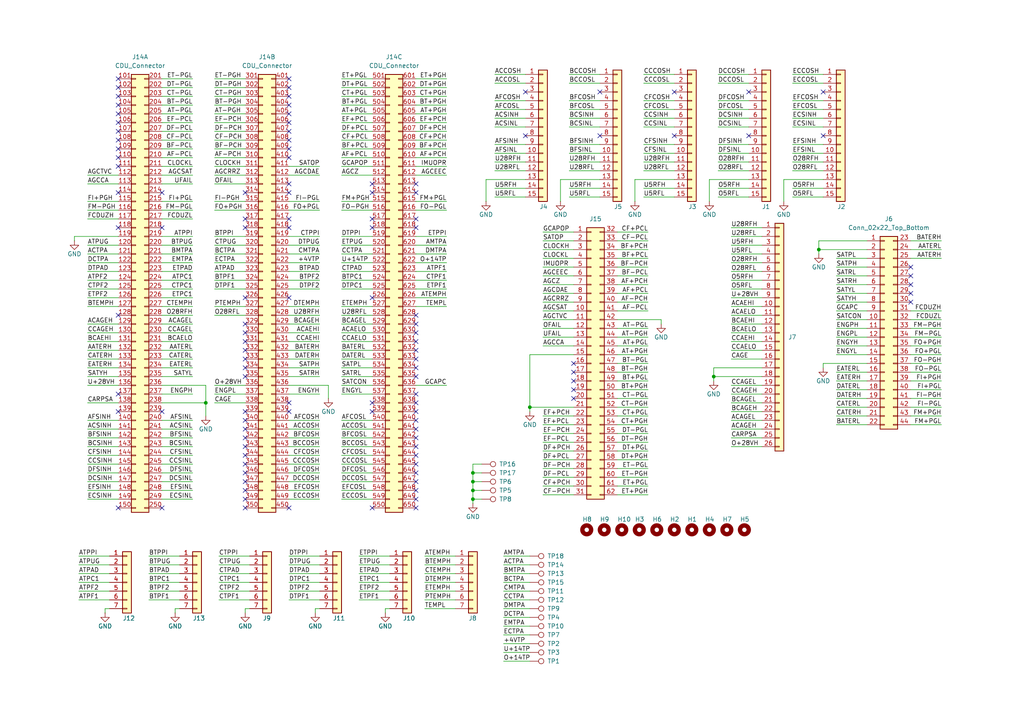
<source format=kicad_sch>
(kicad_sch (version 20231120) (generator "eeschema") (generator_version "8.0")
  (paper "A4")
  (lib_symbols
    (symbol "Connector:TestPoint" (pin_numbers hide) (pin_names (offset 0.762) hide)
      (property "Reference" "TP" (at 0 6.858 0))
      (property "Value" "TestPoint" (at 0 5.08 0))
      (symbol "TestPoint_1_1"
        (pin passive line (at 0 0 90) (length 2.54) (name "1") (number "1"))
      )
    )
    (symbol "Connector_Generic:Conn_01x07" (pin_names (offset 1.016) hide)
      (property "Reference" "J" (at 0 10.16 0))
      (property "Value" "Conn_01x07" (at 0 -10.16 0))
      (symbol "Conn_01x07_1_1"
        (pin passive line (at -5.08 7.62 0) (length 3.81) (name "Pin_1") (number "1"))
        (pin passive line (at -5.08 5.08 0) (length 3.81) (name "Pin_2") (number "2"))
        (pin passive line (at -5.08 2.54 0) (length 3.81) (name "Pin_3") (number "3"))
        (pin passive line (at -5.08 0 0) (length 3.81) (name "Pin_4") (number "4"))
        (pin passive line (at -5.08 -2.54 0) (length 3.81) (name "Pin_5") (number "5"))
        (pin passive line (at -5.08 -5.08 0) (length 3.81) (name "Pin_6") (number "6"))
        (pin passive line (at -5.08 -7.62 0) (length 3.81) (name "Pin_7") (number "7"))
      )
    )
    (symbol "Connector_Generic:Conn_01x15" (pin_names (offset 1.016) hide)
      (property "Reference" "J" (at 0 20.32 0))
      (property "Value" "Conn_01x15" (at 0 -20.32 0))
      (symbol "Conn_01x15_1_1"
        (pin passive line (at -5.08 17.78 0) (length 3.81) (name "Pin_1") (number "1"))
        (pin passive line (at -5.08 -5.08 0) (length 3.81) (name "Pin_10") (number "10"))
        (pin passive line (at -5.08 -7.62 0) (length 3.81) (name "Pin_11") (number "11"))
        (pin passive line (at -5.08 -10.16 0) (length 3.81) (name "Pin_12") (number "12"))
        (pin passive line (at -5.08 -12.7 0) (length 3.81) (name "Pin_13") (number "13"))
        (pin passive line (at -5.08 -15.24 0) (length 3.81) (name "Pin_14") (number "14"))
        (pin passive line (at -5.08 -17.78 0) (length 3.81) (name "Pin_15") (number "15"))
        (pin passive line (at -5.08 15.24 0) (length 3.81) (name "Pin_2") (number "2"))
        (pin passive line (at -5.08 12.7 0) (length 3.81) (name "Pin_3") (number "3"))
        (pin passive line (at -5.08 10.16 0) (length 3.81) (name "Pin_4") (number "4"))
        (pin passive line (at -5.08 7.62 0) (length 3.81) (name "Pin_5") (number "5"))
        (pin passive line (at -5.08 5.08 0) (length 3.81) (name "Pin_6") (number "6"))
        (pin passive line (at -5.08 2.54 0) (length 3.81) (name "Pin_7") (number "7"))
        (pin passive line (at -5.08 0 0) (length 3.81) (name "Pin_8") (number "8"))
        (pin passive line (at -5.08 -2.54 0) (length 3.81) (name "Pin_9") (number "9"))
      )
    )
    (symbol "Connector_Generic:Conn_01x26" (pin_names (offset 1.016) hide)
      (property "Reference" "J" (at 0 33.02 0))
      (property "Value" "Conn_01x26" (at 0 -35.56 0))
      (symbol "Conn_01x26_1_1"
        (pin passive line (at -5.08 30.48 0) (length 3.81) (name "Pin_1") (number "1"))
        (pin passive line (at -5.08 7.62 0) (length 3.81) (name "Pin_10") (number "10"))
        (pin passive line (at -5.08 5.08 0) (length 3.81) (name "Pin_11") (number "11"))
        (pin passive line (at -5.08 2.54 0) (length 3.81) (name "Pin_12") (number "12"))
        (pin passive line (at -5.08 0 0) (length 3.81) (name "Pin_13") (number "13"))
        (pin passive line (at -5.08 -2.54 0) (length 3.81) (name "Pin_14") (number "14"))
        (pin passive line (at -5.08 -5.08 0) (length 3.81) (name "Pin_15") (number "15"))
        (pin passive line (at -5.08 -7.62 0) (length 3.81) (name "Pin_16") (number "16"))
        (pin passive line (at -5.08 -10.16 0) (length 3.81) (name "Pin_17") (number "17"))
        (pin passive line (at -5.08 -12.7 0) (length 3.81) (name "Pin_18") (number "18"))
        (pin passive line (at -5.08 -15.24 0) (length 3.81) (name "Pin_19") (number "19"))
        (pin passive line (at -5.08 27.94 0) (length 3.81) (name "Pin_2") (number "2"))
        (pin passive line (at -5.08 -17.78 0) (length 3.81) (name "Pin_20") (number "20"))
        (pin passive line (at -5.08 -20.32 0) (length 3.81) (name "Pin_21") (number "21"))
        (pin passive line (at -5.08 -22.86 0) (length 3.81) (name "Pin_22") (number "22"))
        (pin passive line (at -5.08 -25.4 0) (length 3.81) (name "Pin_23") (number "23"))
        (pin passive line (at -5.08 -27.94 0) (length 3.81) (name "Pin_24") (number "24"))
        (pin passive line (at -5.08 -30.48 0) (length 3.81) (name "Pin_25") (number "25"))
        (pin passive line (at -5.08 -33.02 0) (length 3.81) (name "Pin_26") (number "26"))
        (pin passive line (at -5.08 25.4 0) (length 3.81) (name "Pin_3") (number "3"))
        (pin passive line (at -5.08 22.86 0) (length 3.81) (name "Pin_4") (number "4"))
        (pin passive line (at -5.08 20.32 0) (length 3.81) (name "Pin_5") (number "5"))
        (pin passive line (at -5.08 17.78 0) (length 3.81) (name "Pin_6") (number "6"))
        (pin passive line (at -5.08 15.24 0) (length 3.81) (name "Pin_7") (number "7"))
        (pin passive line (at -5.08 12.7 0) (length 3.81) (name "Pin_8") (number "8"))
        (pin passive line (at -5.08 10.16 0) (length 3.81) (name "Pin_9") (number "9"))
      )
    )
    (symbol "Connector_Generic:Conn_02x22_Top_Bottom" (pin_names (offset 1.016) hide)
      (property "Reference" "J" (at 1.27 27.94 0))
      (property "Value" "Conn_02x22_Top_Bottom" (at 1.27 -30.48 0))
      (symbol "Conn_02x22_Top_Bottom_1_1"
        (pin passive line (at -5.08 25.4 0) (length 3.81) (name "Pin_1") (number "1"))
        (pin passive line (at -5.08 2.54 0) (length 3.81) (name "Pin_10") (number "10"))
        (pin passive line (at -5.08 0 0) (length 3.81) (name "Pin_11") (number "11"))
        (pin passive line (at -5.08 -2.54 0) (length 3.81) (name "Pin_12") (number "12"))
        (pin passive line (at -5.08 -5.08 0) (length 3.81) (name "Pin_13") (number "13"))
        (pin passive line (at -5.08 -7.62 0) (length 3.81) (name "Pin_14") (number "14"))
        (pin passive line (at -5.08 -10.16 0) (length 3.81) (name "Pin_15") (number "15"))
        (pin passive line (at -5.08 -12.7 0) (length 3.81) (name "Pin_16") (number "16"))
        (pin passive line (at -5.08 -15.24 0) (length 3.81) (name "Pin_17") (number "17"))
        (pin passive line (at -5.08 -17.78 0) (length 3.81) (name "Pin_18") (number "18"))
        (pin passive line (at -5.08 -20.32 0) (length 3.81) (name "Pin_19") (number "19"))
        (pin passive line (at -5.08 22.86 0) (length 3.81) (name "Pin_2") (number "2"))
        (pin passive line (at -5.08 -22.86 0) (length 3.81) (name "Pin_20") (number "20"))
        (pin passive line (at -5.08 -25.4 0) (length 3.81) (name "Pin_21") (number "21"))
        (pin passive line (at -5.08 -27.94 0) (length 3.81) (name "Pin_22") (number "22"))
        (pin passive line (at 7.62 25.4 180) (length 3.81) (name "Pin_23") (number "23"))
        (pin passive line (at 7.62 22.86 180) (length 3.81) (name "Pin_24") (number "24"))
        (pin passive line (at 7.62 20.32 180) (length 3.81) (name "Pin_25") (number "25"))
        (pin passive line (at 7.62 17.78 180) (length 3.81) (name "Pin_26") (number "26"))
        (pin passive line (at 7.62 15.24 180) (length 3.81) (name "Pin_27") (number "27"))
        (pin passive line (at 7.62 12.7 180) (length 3.81) (name "Pin_28") (number "28"))
        (pin passive line (at 7.62 10.16 180) (length 3.81) (name "Pin_29") (number "29"))
        (pin passive line (at -5.08 20.32 0) (length 3.81) (name "Pin_3") (number "3"))
        (pin passive line (at 7.62 7.62 180) (length 3.81) (name "Pin_30") (number "30"))
        (pin passive line (at 7.62 5.08 180) (length 3.81) (name "Pin_31") (number "31"))
        (pin passive line (at 7.62 2.54 180) (length 3.81) (name "Pin_32") (number "32"))
        (pin passive line (at 7.62 0 180) (length 3.81) (name "Pin_33") (number "33"))
        (pin passive line (at 7.62 -2.54 180) (length 3.81) (name "Pin_34") (number "34"))
        (pin passive line (at 7.62 -5.08 180) (length 3.81) (name "Pin_35") (number "35"))
        (pin passive line (at 7.62 -7.62 180) (length 3.81) (name "Pin_36") (number "36"))
        (pin passive line (at 7.62 -10.16 180) (length 3.81) (name "Pin_37") (number "37"))
        (pin passive line (at 7.62 -12.7 180) (length 3.81) (name "Pin_38") (number "38"))
        (pin passive line (at 7.62 -15.24 180) (length 3.81) (name "Pin_39") (number "39"))
        (pin passive line (at -5.08 17.78 0) (length 3.81) (name "Pin_4") (number "4"))
        (pin passive line (at 7.62 -17.78 180) (length 3.81) (name "Pin_40") (number "40"))
        (pin passive line (at 7.62 -20.32 180) (length 3.81) (name "Pin_41") (number "41"))
        (pin passive line (at 7.62 -22.86 180) (length 3.81) (name "Pin_42") (number "42"))
        (pin passive line (at 7.62 -25.4 180) (length 3.81) (name "Pin_43") (number "43"))
        (pin passive line (at 7.62 -27.94 180) (length 3.81) (name "Pin_44") (number "44"))
        (pin passive line (at -5.08 15.24 0) (length 3.81) (name "Pin_5") (number "5"))
        (pin passive line (at -5.08 12.7 0) (length 3.81) (name "Pin_6") (number "6"))
        (pin passive line (at -5.08 10.16 0) (length 3.81) (name "Pin_7") (number "7"))
        (pin passive line (at -5.08 7.62 0) (length 3.81) (name "Pin_8") (number "8"))
        (pin passive line (at -5.08 5.08 0) (length 3.81) (name "Pin_9") (number "9"))
      )
    )
    (symbol "Connector_Generic:Conn_02x31_Top_Bottom" (pin_names (offset 1.016) hide)
      (property "Reference" "J" (at 1.27 40.64 0))
      (property "Value" "Conn_02x31_Top_Bottom" (at 1.27 -40.64 0))
      (symbol "Conn_02x31_Top_Bottom_1_1"
        (pin passive line (at -5.08 38.1 0) (length 3.81) (name "Pin_1") (number "1"))
        (pin passive line (at -5.08 15.24 0) (length 3.81) (name "Pin_10") (number "10"))
        (pin passive line (at -5.08 12.7 0) (length 3.81) (name "Pin_11") (number "11"))
        (pin passive line (at -5.08 10.16 0) (length 3.81) (name "Pin_12") (number "12"))
        (pin passive line (at -5.08 7.62 0) (length 3.81) (name "Pin_13") (number "13"))
        (pin passive line (at -5.08 5.08 0) (length 3.81) (name "Pin_14") (number "14"))
        (pin passive line (at -5.08 2.54 0) (length 3.81) (name "Pin_15") (number "15"))
        (pin passive line (at -5.08 0 0) (length 3.81) (name "Pin_16") (number "16"))
        (pin passive line (at -5.08 -2.54 0) (length 3.81) (name "Pin_17") (number "17"))
        (pin passive line (at -5.08 -5.08 0) (length 3.81) (name "Pin_18") (number "18"))
        (pin passive line (at -5.08 -7.62 0) (length 3.81) (name "Pin_19") (number "19"))
        (pin passive line (at -5.08 35.56 0) (length 3.81) (name "Pin_2") (number "2"))
        (pin passive line (at -5.08 -10.16 0) (length 3.81) (name "Pin_20") (number "20"))
        (pin passive line (at -5.08 -12.7 0) (length 3.81) (name "Pin_21") (number "21"))
        (pin passive line (at -5.08 -15.24 0) (length 3.81) (name "Pin_22") (number "22"))
        (pin passive line (at -5.08 -17.78 0) (length 3.81) (name "Pin_23") (number "23"))
        (pin passive line (at -5.08 -20.32 0) (length 3.81) (name "Pin_24") (number "24"))
        (pin passive line (at -5.08 -22.86 0) (length 3.81) (name "Pin_25") (number "25"))
        (pin passive line (at -5.08 -25.4 0) (length 3.81) (name "Pin_26") (number "26"))
        (pin passive line (at -5.08 -27.94 0) (length 3.81) (name "Pin_27") (number "27"))
        (pin passive line (at -5.08 -30.48 0) (length 3.81) (name "Pin_28") (number "28"))
        (pin passive line (at -5.08 -33.02 0) (length 3.81) (name "Pin_29") (number "29"))
        (pin passive line (at -5.08 33.02 0) (length 3.81) (name "Pin_3") (number "3"))
        (pin passive line (at -5.08 -35.56 0) (length 3.81) (name "Pin_30") (number "30"))
        (pin passive line (at -5.08 -38.1 0) (length 3.81) (name "Pin_31") (number "31"))
        (pin passive line (at 7.62 38.1 180) (length 3.81) (name "Pin_32") (number "32"))
        (pin passive line (at 7.62 35.56 180) (length 3.81) (name "Pin_33") (number "33"))
        (pin passive line (at 7.62 33.02 180) (length 3.81) (name "Pin_34") (number "34"))
        (pin passive line (at 7.62 30.48 180) (length 3.81) (name "Pin_35") (number "35"))
        (pin passive line (at 7.62 27.94 180) (length 3.81) (name "Pin_36") (number "36"))
        (pin passive line (at 7.62 25.4 180) (length 3.81) (name "Pin_37") (number "37"))
        (pin passive line (at 7.62 22.86 180) (length 3.81) (name "Pin_38") (number "38"))
        (pin passive line (at 7.62 20.32 180) (length 3.81) (name "Pin_39") (number "39"))
        (pin passive line (at -5.08 30.48 0) (length 3.81) (name "Pin_4") (number "4"))
        (pin passive line (at 7.62 17.78 180) (length 3.81) (name "Pin_40") (number "40"))
        (pin passive line (at 7.62 15.24 180) (length 3.81) (name "Pin_41") (number "41"))
        (pin passive line (at 7.62 12.7 180) (length 3.81) (name "Pin_42") (number "42"))
        (pin passive line (at 7.62 10.16 180) (length 3.81) (name "Pin_43") (number "43"))
        (pin passive line (at 7.62 7.62 180) (length 3.81) (name "Pin_44") (number "44"))
        (pin passive line (at 7.62 5.08 180) (length 3.81) (name "Pin_45") (number "45"))
        (pin passive line (at 7.62 2.54 180) (length 3.81) (name "Pin_46") (number "46"))
        (pin passive line (at 7.62 0 180) (length 3.81) (name "Pin_47") (number "47"))
        (pin passive line (at 7.62 -2.54 180) (length 3.81) (name "Pin_48") (number "48"))
        (pin passive line (at 7.62 -5.08 180) (length 3.81) (name "Pin_49") (number "49"))
        (pin passive line (at -5.08 27.94 0) (length 3.81) (name "Pin_5") (number "5"))
        (pin passive line (at 7.62 -7.62 180) (length 3.81) (name "Pin_50") (number "50"))
        (pin passive line (at 7.62 -10.16 180) (length 3.81) (name "Pin_51") (number "51"))
        (pin passive line (at 7.62 -12.7 180) (length 3.81) (name "Pin_52") (number "52"))
        (pin passive line (at 7.62 -15.24 180) (length 3.81) (name "Pin_53") (number "53"))
        (pin passive line (at 7.62 -17.78 180) (length 3.81) (name "Pin_54") (number "54"))
        (pin passive line (at 7.62 -20.32 180) (length 3.81) (name "Pin_55") (number "55"))
        (pin passive line (at 7.62 -22.86 180) (length 3.81) (name "Pin_56") (number "56"))
        (pin passive line (at 7.62 -25.4 180) (length 3.81) (name "Pin_57") (number "57"))
        (pin passive line (at 7.62 -27.94 180) (length 3.81) (name "Pin_58") (number "58"))
        (pin passive line (at 7.62 -30.48 180) (length 3.81) (name "Pin_59") (number "59"))
        (pin passive line (at -5.08 25.4 0) (length 3.81) (name "Pin_6") (number "6"))
        (pin passive line (at 7.62 -33.02 180) (length 3.81) (name "Pin_60") (number "60"))
        (pin passive line (at 7.62 -35.56 180) (length 3.81) (name "Pin_61") (number "61"))
        (pin passive line (at 7.62 -38.1 180) (length 3.81) (name "Pin_62") (number "62"))
        (pin passive line (at -5.08 22.86 0) (length 3.81) (name "Pin_7") (number "7"))
        (pin passive line (at -5.08 20.32 0) (length 3.81) (name "Pin_8") (number "8"))
        (pin passive line (at -5.08 17.78 0) (length 3.81) (name "Pin_9") (number "9"))
      )
    )
    (symbol "Mechanical:MountingHole" (pin_names (offset 1.016)) (exclude_from_sim yes) (in_bom no)
      (property "Reference" "H" (at 0 5.08 0))
      (property "Value" "MountingHole" (at 0 3.175 0))
    )
    (symbol "cdu:CDU_Connector" (pin_names (offset 1.016) hide)
      (property "Reference" "J" (at 1.27 63.5 0))
      (property "Value" "CDU_Connector" (at 1.27 -66.04 0))
      (symbol "CDU_Connector_1_1"
        (pin passive line (at -5.08 60.96 0) (length 3.81) (name "Pin_101") (number "101"))
        (pin passive line (at -5.08 58.42 0) (length 3.81) (name "Pin_102") (number "102"))
        (pin passive line (at -5.08 55.88 0) (length 3.81) (name "Pin_103") (number "103"))
        (pin passive line (at -5.08 53.34 0) (length 3.81) (name "Pin_104") (number "104"))
        (pin passive line (at -5.08 50.8 0) (length 3.81) (name "Pin_105") (number "105"))
        (pin passive line (at -5.08 48.26 0) (length 3.81) (name "Pin_106") (number "106"))
        (pin passive line (at -5.08 45.72 0) (length 3.81) (name "Pin_107") (number "107"))
        (pin passive line (at -5.08 43.18 0) (length 3.81) (name "Pin_108") (number "108"))
        (pin passive line (at -5.08 40.64 0) (length 3.81) (name "Pin_109") (number "109"))
        (pin passive line (at -5.08 38.1 0) (length 3.81) (name "Pin_110") (number "110"))
        (pin passive line (at -5.08 35.56 0) (length 3.81) (name "Pin_111") (number "111"))
        (pin passive line (at -5.08 33.02 0) (length 3.81) (name "Pin_112") (number "112"))
        (pin passive line (at -5.08 30.48 0) (length 3.81) (name "Pin_113") (number "113"))
        (pin passive line (at -5.08 27.94 0) (length 3.81) (name "Pin_114") (number "114"))
        (pin passive line (at -5.08 25.4 0) (length 3.81) (name "Pin_115") (number "115"))
        (pin passive line (at -5.08 22.86 0) (length 3.81) (name "Pin_116") (number "116"))
        (pin passive line (at -5.08 20.32 0) (length 3.81) (name "Pin_117") (number "117"))
        (pin passive line (at -5.08 17.78 0) (length 3.81) (name "Pin_118") (number "118"))
        (pin passive line (at -5.08 15.24 0) (length 3.81) (name "Pin_119") (number "119"))
        (pin passive line (at -5.08 12.7 0) (length 3.81) (name "Pin_120") (number "120"))
        (pin passive line (at -5.08 10.16 0) (length 3.81) (name "Pin_121") (number "121"))
        (pin passive line (at -5.08 7.62 0) (length 3.81) (name "Pin_122") (number "122"))
        (pin passive line (at -5.08 5.08 0) (length 3.81) (name "Pin_123") (number "123"))
        (pin passive line (at -5.08 2.54 0) (length 3.81) (name "Pin_124") (number "124"))
        (pin passive line (at -5.08 0 0) (length 3.81) (name "Pin_125") (number "125"))
        (pin passive line (at -5.08 -2.54 0) (length 3.81) (name "Pin_126") (number "126"))
        (pin passive line (at -5.08 -5.08 0) (length 3.81) (name "Pin_127") (number "127"))
        (pin passive line (at -5.08 -7.62 0) (length 3.81) (name "Pin_128") (number "128"))
        (pin passive line (at -5.08 -10.16 0) (length 3.81) (name "Pin_129") (number "129"))
        (pin passive line (at -5.08 -12.7 0) (length 3.81) (name "Pin_130") (number "130"))
        (pin passive line (at -5.08 -15.24 0) (length 3.81) (name "Pin_131") (number "131"))
        (pin passive line (at -5.08 -17.78 0) (length 3.81) (name "Pin_132") (number "132"))
        (pin passive line (at -5.08 -20.32 0) (length 3.81) (name "Pin_133") (number "133"))
        (pin passive line (at -5.08 -22.86 0) (length 3.81) (name "Pin_134") (number "134"))
        (pin passive line (at -5.08 -25.4 0) (length 3.81) (name "Pin_135") (number "135"))
        (pin passive line (at -5.08 -27.94 0) (length 3.81) (name "Pin_136") (number "136"))
        (pin passive line (at -5.08 -30.48 0) (length 3.81) (name "Pin_137") (number "137"))
        (pin passive line (at -5.08 -33.02 0) (length 3.81) (name "Pin_138") (number "138"))
        (pin passive line (at -5.08 -35.56 0) (length 3.81) (name "Pin_139") (number "139"))
        (pin passive line (at -5.08 -38.1 0) (length 3.81) (name "Pin_140") (number "140"))
        (pin passive line (at -5.08 -40.64 0) (length 3.81) (name "Pin_141") (number "141"))
        (pin passive line (at -5.08 -43.18 0) (length 3.81) (name "Pin_142") (number "142"))
        (pin passive line (at -5.08 -45.72 0) (length 3.81) (name "Pin_143") (number "143"))
        (pin passive line (at -5.08 -48.26 0) (length 3.81) (name "Pin_144") (number "144"))
        (pin passive line (at -5.08 -50.8 0) (length 3.81) (name "Pin_145") (number "145"))
        (pin passive line (at -5.08 -53.34 0) (length 3.81) (name "Pin_146") (number "146"))
        (pin passive line (at -5.08 -55.88 0) (length 3.81) (name "Pin_147") (number "147"))
        (pin passive line (at -5.08 -58.42 0) (length 3.81) (name "Pin_148") (number "148"))
        (pin passive line (at -5.08 -60.96 0) (length 3.81) (name "Pin_149") (number "149"))
        (pin passive line (at -5.08 -63.5 0) (length 3.81) (name "Pin_150") (number "150"))
        (pin passive line (at 7.62 60.96 180) (length 3.81) (name "Pin_201") (number "201"))
        (pin passive line (at 7.62 58.42 180) (length 3.81) (name "Pin_202") (number "202"))
        (pin passive line (at 7.62 55.88 180) (length 3.81) (name "Pin_203") (number "203"))
        (pin passive line (at 7.62 53.34 180) (length 3.81) (name "Pin_204") (number "204"))
        (pin passive line (at 7.62 50.8 180) (length 3.81) (name "Pin_205") (number "205"))
        (pin passive line (at 7.62 48.26 180) (length 3.81) (name "Pin_206") (number "206"))
        (pin passive line (at 7.62 45.72 180) (length 3.81) (name "Pin_207") (number "207"))
        (pin passive line (at 7.62 43.18 180) (length 3.81) (name "Pin_208") (number "208"))
        (pin passive line (at 7.62 40.64 180) (length 3.81) (name "Pin_209") (number "209"))
        (pin passive line (at 7.62 38.1 180) (length 3.81) (name "Pin_210") (number "210"))
        (pin passive line (at 7.62 35.56 180) (length 3.81) (name "Pin_211") (number "211"))
        (pin passive line (at 7.62 33.02 180) (length 3.81) (name "Pin_212") (number "212"))
        (pin passive line (at 7.62 30.48 180) (length 3.81) (name "Pin_213") (number "213"))
        (pin passive line (at 7.62 27.94 180) (length 3.81) (name "Pin_214") (number "214"))
        (pin passive line (at 7.62 25.4 180) (length 3.81) (name "Pin_215") (number "215"))
        (pin passive line (at 7.62 22.86 180) (length 3.81) (name "Pin_216") (number "216"))
        (pin passive line (at 7.62 20.32 180) (length 3.81) (name "Pin_217") (number "217"))
        (pin passive line (at 7.62 17.78 180) (length 3.81) (name "Pin_218") (number "218"))
        (pin passive line (at 7.62 15.24 180) (length 3.81) (name "Pin_219") (number "219"))
        (pin passive line (at 7.62 12.7 180) (length 3.81) (name "Pin_220") (number "220"))
        (pin passive line (at 7.62 10.16 180) (length 3.81) (name "Pin_221") (number "221"))
        (pin passive line (at 7.62 7.62 180) (length 3.81) (name "Pin_222") (number "222"))
        (pin passive line (at 7.62 5.08 180) (length 3.81) (name "Pin_223") (number "223"))
        (pin passive line (at 7.62 2.54 180) (length 3.81) (name "Pin_224") (number "224"))
        (pin passive line (at 7.62 0 180) (length 3.81) (name "Pin_225") (number "225"))
        (pin passive line (at 7.62 -2.54 180) (length 3.81) (name "Pin_226") (number "226"))
        (pin passive line (at 7.62 -5.08 180) (length 3.81) (name "Pin_227") (number "227"))
        (pin passive line (at 7.62 -7.62 180) (length 3.81) (name "Pin_228") (number "228"))
        (pin passive line (at 7.62 -10.16 180) (length 3.81) (name "Pin_229") (number "229"))
        (pin passive line (at 7.62 -12.7 180) (length 3.81) (name "Pin_230") (number "230"))
        (pin passive line (at 7.62 -15.24 180) (length 3.81) (name "Pin_231") (number "231"))
        (pin passive line (at 7.62 -17.78 180) (length 3.81) (name "Pin_232") (number "232"))
        (pin passive line (at 7.62 -20.32 180) (length 3.81) (name "Pin_233") (number "233"))
        (pin passive line (at 7.62 -22.86 180) (length 3.81) (name "Pin_234") (number "234"))
        (pin passive line (at 7.62 -25.4 180) (length 3.81) (name "Pin_235") (number "235"))
        (pin passive line (at 7.62 -27.94 180) (length 3.81) (name "Pin_236") (number "236"))
        (pin passive line (at 7.62 -30.48 180) (length 3.81) (name "Pin_237") (number "237"))
        (pin passive line (at 7.62 -33.02 180) (length 3.81) (name "Pin_238") (number "238"))
        (pin passive line (at 7.62 -35.56 180) (length 3.81) (name "Pin_239") (number "239"))
        (pin passive line (at 7.62 -38.1 180) (length 3.81) (name "Pin_240") (number "240"))
        (pin passive line (at 7.62 -40.64 180) (length 3.81) (name "Pin_241") (number "241"))
        (pin passive line (at 7.62 -43.18 180) (length 3.81) (name "Pin_242") (number "242"))
        (pin passive line (at 7.62 -45.72 180) (length 3.81) (name "Pin_243") (number "243"))
        (pin passive line (at 7.62 -48.26 180) (length 3.81) (name "Pin_244") (number "244"))
        (pin passive line (at 7.62 -50.8 180) (length 3.81) (name "Pin_245") (number "245"))
        (pin passive line (at 7.62 -53.34 180) (length 3.81) (name "Pin_246") (number "246"))
        (pin passive line (at 7.62 -55.88 180) (length 3.81) (name "Pin_247") (number "247"))
        (pin passive line (at 7.62 -58.42 180) (length 3.81) (name "Pin_248") (number "248"))
        (pin passive line (at 7.62 -60.96 180) (length 3.81) (name "Pin_249") (number "249"))
        (pin passive line (at 7.62 -63.5 180) (length 3.81) (name "Pin_250") (number "250"))
      )
      (symbol "CDU_Connector_2_1"
        (pin passive line (at -5.08 60.96 0) (length 3.81) (name "Pin_301") (number "301"))
        (pin passive line (at -5.08 58.42 0) (length 3.81) (name "Pin_302") (number "302"))
        (pin passive line (at -5.08 55.88 0) (length 3.81) (name "Pin_303") (number "303"))
        (pin passive line (at -5.08 53.34 0) (length 3.81) (name "Pin_304") (number "304"))
        (pin passive line (at -5.08 50.8 0) (length 3.81) (name "Pin_305") (number "305"))
        (pin passive line (at -5.08 48.26 0) (length 3.81) (name "Pin_306") (number "306"))
        (pin passive line (at -5.08 45.72 0) (length 3.81) (name "Pin_307") (number "307"))
        (pin passive line (at -5.08 43.18 0) (length 3.81) (name "Pin_308") (number "308"))
        (pin passive line (at -5.08 40.64 0) (length 3.81) (name "Pin_309") (number "309"))
        (pin passive line (at -5.08 38.1 0) (length 3.81) (name "Pin_310") (number "310"))
        (pin passive line (at -5.08 35.56 0) (length 3.81) (name "Pin_311") (number "311"))
        (pin passive line (at -5.08 33.02 0) (length 3.81) (name "Pin_312") (number "312"))
        (pin passive line (at -5.08 30.48 0) (length 3.81) (name "Pin_313") (number "313"))
        (pin passive line (at -5.08 27.94 0) (length 3.81) (name "Pin_314") (number "314"))
        (pin passive line (at -5.08 25.4 0) (length 3.81) (name "Pin_315") (number "315"))
        (pin passive line (at -5.08 22.86 0) (length 3.81) (name "Pin_316") (number "316"))
        (pin passive line (at -5.08 20.32 0) (length 3.81) (name "Pin_317") (number "317"))
        (pin passive line (at -5.08 17.78 0) (length 3.81) (name "Pin_318") (number "318"))
        (pin passive line (at -5.08 15.24 0) (length 3.81) (name "Pin_319") (number "319"))
        (pin passive line (at -5.08 12.7 0) (length 3.81) (name "Pin_320") (number "320"))
        (pin passive line (at -5.08 10.16 0) (length 3.81) (name "Pin_321") (number "321"))
        (pin passive line (at -5.08 7.62 0) (length 3.81) (name "Pin_322") (number "322"))
        (pin passive line (at -5.08 5.08 0) (length 3.81) (name "Pin_323") (number "323"))
        (pin passive line (at -5.08 2.54 0) (length 3.81) (name "Pin_324") (number "324"))
        (pin passive line (at -5.08 0 0) (length 3.81) (name "Pin_325") (number "325"))
        (pin passive line (at -5.08 -2.54 0) (length 3.81) (name "Pin_326") (number "326"))
        (pin passive line (at -5.08 -5.08 0) (length 3.81) (name "Pin_327") (number "327"))
        (pin passive line (at -5.08 -7.62 0) (length 3.81) (name "Pin_328") (number "328"))
        (pin passive line (at -5.08 -10.16 0) (length 3.81) (name "Pin_329") (number "329"))
        (pin passive line (at -5.08 -12.7 0) (length 3.81) (name "Pin_330") (number "330"))
        (pin passive line (at -5.08 -15.24 0) (length 3.81) (name "Pin_331") (number "331"))
        (pin passive line (at -5.08 -17.78 0) (length 3.81) (name "Pin_332") (number "332"))
        (pin passive line (at -5.08 -20.32 0) (length 3.81) (name "Pin_333") (number "333"))
        (pin passive line (at -5.08 -22.86 0) (length 3.81) (name "Pin_334") (number "334"))
        (pin passive line (at -5.08 -25.4 0) (length 3.81) (name "Pin_335") (number "335"))
        (pin passive line (at -5.08 -27.94 0) (length 3.81) (name "Pin_336") (number "336"))
        (pin passive line (at -5.08 -30.48 0) (length 3.81) (name "Pin_337") (number "337"))
        (pin passive line (at -5.08 -33.02 0) (length 3.81) (name "Pin_338") (number "338"))
        (pin passive line (at -5.08 -35.56 0) (length 3.81) (name "Pin_339") (number "339"))
        (pin passive line (at -5.08 -38.1 0) (length 3.81) (name "Pin_340") (number "340"))
        (pin passive line (at -5.08 -40.64 0) (length 3.81) (name "Pin_341") (number "341"))
        (pin passive line (at -5.08 -43.18 0) (length 3.81) (name "Pin_342") (number "342"))
        (pin passive line (at -5.08 -45.72 0) (length 3.81) (name "Pin_343") (number "343"))
        (pin passive line (at -5.08 -48.26 0) (length 3.81) (name "Pin_344") (number "344"))
        (pin passive line (at -5.08 -50.8 0) (length 3.81) (name "Pin_345") (number "345"))
        (pin passive line (at -5.08 -53.34 0) (length 3.81) (name "Pin_346") (number "346"))
        (pin passive line (at -5.08 -55.88 0) (length 3.81) (name "Pin_347") (number "347"))
        (pin passive line (at -5.08 -58.42 0) (length 3.81) (name "Pin_348") (number "348"))
        (pin passive line (at -5.08 -60.96 0) (length 3.81) (name "Pin_349") (number "349"))
        (pin passive line (at -5.08 -63.5 0) (length 3.81) (name "Pin_350") (number "350"))
        (pin passive line (at 7.62 60.96 180) (length 3.81) (name "Pin_401") (number "401"))
        (pin passive line (at 7.62 58.42 180) (length 3.81) (name "Pin_402") (number "402"))
        (pin passive line (at 7.62 55.88 180) (length 3.81) (name "Pin_403") (number "403"))
        (pin passive line (at 7.62 53.34 180) (length 3.81) (name "Pin_404") (number "404"))
        (pin passive line (at 7.62 50.8 180) (length 3.81) (name "Pin_405") (number "405"))
        (pin passive line (at 7.62 48.26 180) (length 3.81) (name "Pin_406") (number "406"))
        (pin passive line (at 7.62 45.72 180) (length 3.81) (name "Pin_407") (number "407"))
        (pin passive line (at 7.62 43.18 180) (length 3.81) (name "Pin_408") (number "408"))
        (pin passive line (at 7.62 40.64 180) (length 3.81) (name "Pin_409") (number "409"))
        (pin passive line (at 7.62 38.1 180) (length 3.81) (name "Pin_410") (number "410"))
        (pin passive line (at 7.62 35.56 180) (length 3.81) (name "Pin_411") (number "411"))
        (pin passive line (at 7.62 33.02 180) (length 3.81) (name "Pin_412") (number "412"))
        (pin passive line (at 7.62 30.48 180) (length 3.81) (name "Pin_413") (number "413"))
        (pin passive line (at 7.62 27.94 180) (length 3.81) (name "Pin_414") (number "414"))
        (pin passive line (at 7.62 25.4 180) (length 3.81) (name "Pin_415") (number "415"))
        (pin passive line (at 7.62 22.86 180) (length 3.81) (name "Pin_416") (number "416"))
        (pin passive line (at 7.62 20.32 180) (length 3.81) (name "Pin_417") (number "417"))
        (pin passive line (at 7.62 17.78 180) (length 3.81) (name "Pin_418") (number "418"))
        (pin passive line (at 7.62 15.24 180) (length 3.81) (name "Pin_419") (number "419"))
        (pin passive line (at 7.62 12.7 180) (length 3.81) (name "Pin_420") (number "420"))
        (pin passive line (at 7.62 10.16 180) (length 3.81) (name "Pin_421") (number "421"))
        (pin passive line (at 7.62 7.62 180) (length 3.81) (name "Pin_422") (number "422"))
        (pin passive line (at 7.62 5.08 180) (length 3.81) (name "Pin_423") (number "423"))
        (pin passive line (at 7.62 2.54 180) (length 3.81) (name "Pin_424") (number "424"))
        (pin passive line (at 7.62 0 180) (length 3.81) (name "Pin_425") (number "425"))
        (pin passive line (at 7.62 -2.54 180) (length 3.81) (name "Pin_426") (number "426"))
        (pin passive line (at 7.62 -5.08 180) (length 3.81) (name "Pin_427") (number "427"))
        (pin passive line (at 7.62 -7.62 180) (length 3.81) (name "Pin_428") (number "428"))
        (pin passive line (at 7.62 -10.16 180) (length 3.81) (name "Pin_429") (number "429"))
        (pin passive line (at 7.62 -12.7 180) (length 3.81) (name "Pin_430") (number "430"))
        (pin passive line (at 7.62 -15.24 180) (length 3.81) (name "Pin_431") (number "431"))
        (pin passive line (at 7.62 -17.78 180) (length 3.81) (name "Pin_432") (number "432"))
        (pin passive line (at 7.62 -20.32 180) (length 3.81) (name "Pin_433") (number "433"))
        (pin passive line (at 7.62 -22.86 180) (length 3.81) (name "Pin_434") (number "434"))
        (pin passive line (at 7.62 -25.4 180) (length 3.81) (name "Pin_435") (number "435"))
        (pin passive line (at 7.62 -27.94 180) (length 3.81) (name "Pin_436") (number "436"))
        (pin passive line (at 7.62 -30.48 180) (length 3.81) (name "Pin_437") (number "437"))
        (pin passive line (at 7.62 -33.02 180) (length 3.81) (name "Pin_438") (number "438"))
        (pin passive line (at 7.62 -35.56 180) (length 3.81) (name "Pin_439") (number "439"))
        (pin passive line (at 7.62 -38.1 180) (length 3.81) (name "Pin_440") (number "440"))
        (pin passive line (at 7.62 -40.64 180) (length 3.81) (name "Pin_441") (number "441"))
        (pin passive line (at 7.62 -43.18 180) (length 3.81) (name "Pin_442") (number "442"))
        (pin passive line (at 7.62 -45.72 180) (length 3.81) (name "Pin_443") (number "443"))
        (pin passive line (at 7.62 -48.26 180) (length 3.81) (name "Pin_444") (number "444"))
        (pin passive line (at 7.62 -50.8 180) (length 3.81) (name "Pin_445") (number "445"))
        (pin passive line (at 7.62 -53.34 180) (length 3.81) (name "Pin_446") (number "446"))
        (pin passive line (at 7.62 -55.88 180) (length 3.81) (name "Pin_447") (number "447"))
        (pin passive line (at 7.62 -58.42 180) (length 3.81) (name "Pin_448") (number "448"))
        (pin passive line (at 7.62 -60.96 180) (length 3.81) (name "Pin_449") (number "449"))
        (pin passive line (at 7.62 -63.5 180) (length 3.81) (name "Pin_450") (number "450"))
      )
      (symbol "CDU_Connector_3_1"
        (pin passive line (at -5.08 60.96 0) (length 3.81) (name "Pin_501") (number "501"))
        (pin passive line (at -5.08 58.42 0) (length 3.81) (name "Pin_502") (number "502"))
        (pin passive line (at -5.08 55.88 0) (length 3.81) (name "Pin_503") (number "503"))
        (pin passive line (at -5.08 53.34 0) (length 3.81) (name "Pin_504") (number "504"))
        (pin passive line (at -5.08 50.8 0) (length 3.81) (name "Pin_505") (number "505"))
        (pin passive line (at -5.08 48.26 0) (length 3.81) (name "Pin_506") (number "506"))
        (pin passive line (at -5.08 45.72 0) (length 3.81) (name "Pin_507") (number "507"))
        (pin passive line (at -5.08 43.18 0) (length 3.81) (name "Pin_508") (number "508"))
        (pin passive line (at -5.08 40.64 0) (length 3.81) (name "Pin_509") (number "509"))
        (pin passive line (at -5.08 38.1 0) (length 3.81) (name "Pin_510") (number "510"))
        (pin passive line (at -5.08 35.56 0) (length 3.81) (name "Pin_511") (number "511"))
        (pin passive line (at -5.08 33.02 0) (length 3.81) (name "Pin_512") (number "512"))
        (pin passive line (at -5.08 30.48 0) (length 3.81) (name "Pin_513") (number "513"))
        (pin passive line (at -5.08 27.94 0) (length 3.81) (name "Pin_514") (number "514"))
        (pin passive line (at -5.08 25.4 0) (length 3.81) (name "Pin_515") (number "515"))
        (pin passive line (at -5.08 22.86 0) (length 3.81) (name "Pin_516") (number "516"))
        (pin passive line (at -5.08 20.32 0) (length 3.81) (name "Pin_517") (number "517"))
        (pin passive line (at -5.08 17.78 0) (length 3.81) (name "Pin_518") (number "518"))
        (pin passive line (at -5.08 15.24 0) (length 3.81) (name "Pin_519") (number "519"))
        (pin passive line (at -5.08 12.7 0) (length 3.81) (name "Pin_520") (number "520"))
        (pin passive line (at -5.08 10.16 0) (length 3.81) (name "Pin_521") (number "521"))
        (pin passive line (at -5.08 7.62 0) (length 3.81) (name "Pin_522") (number "522"))
        (pin passive line (at -5.08 5.08 0) (length 3.81) (name "Pin_523") (number "523"))
        (pin passive line (at -5.08 2.54 0) (length 3.81) (name "Pin_524") (number "524"))
        (pin passive line (at -5.08 0 0) (length 3.81) (name "Pin_525") (number "525"))
        (pin passive line (at -5.08 -2.54 0) (length 3.81) (name "Pin_526") (number "526"))
        (pin passive line (at -5.08 -5.08 0) (length 3.81) (name "Pin_527") (number "527"))
        (pin passive line (at -5.08 -7.62 0) (length 3.81) (name "Pin_528") (number "528"))
        (pin passive line (at -5.08 -10.16 0) (length 3.81) (name "Pin_529") (number "529"))
        (pin passive line (at -5.08 -12.7 0) (length 3.81) (name "Pin_530") (number "530"))
        (pin passive line (at -5.08 -15.24 0) (length 3.81) (name "Pin_531") (number "531"))
        (pin passive line (at -5.08 -17.78 0) (length 3.81) (name "Pin_532") (number "532"))
        (pin passive line (at -5.08 -20.32 0) (length 3.81) (name "Pin_533") (number "533"))
        (pin passive line (at -5.08 -22.86 0) (length 3.81) (name "Pin_534") (number "534"))
        (pin passive line (at -5.08 -25.4 0) (length 3.81) (name "Pin_535") (number "535"))
        (pin passive line (at -5.08 -27.94 0) (length 3.81) (name "Pin_536") (number "536"))
        (pin passive line (at -5.08 -30.48 0) (length 3.81) (name "Pin_537") (number "537"))
        (pin passive line (at -5.08 -33.02 0) (length 3.81) (name "Pin_538") (number "538"))
        (pin passive line (at -5.08 -35.56 0) (length 3.81) (name "Pin_539") (number "539"))
        (pin passive line (at -5.08 -38.1 0) (length 3.81) (name "Pin_540") (number "540"))
        (pin passive line (at -5.08 -40.64 0) (length 3.81) (name "Pin_541") (number "541"))
        (pin passive line (at -5.08 -43.18 0) (length 3.81) (name "Pin_542") (number "542"))
        (pin passive line (at -5.08 -45.72 0) (length 3.81) (name "Pin_543") (number "543"))
        (pin passive line (at -5.08 -48.26 0) (length 3.81) (name "Pin_544") (number "544"))
        (pin passive line (at -5.08 -50.8 0) (length 3.81) (name "Pin_545") (number "545"))
        (pin passive line (at -5.08 -53.34 0) (length 3.81) (name "Pin_546") (number "546"))
        (pin passive line (at -5.08 -55.88 0) (length 3.81) (name "Pin_547") (number "547"))
        (pin passive line (at -5.08 -58.42 0) (length 3.81) (name "Pin_548") (number "548"))
        (pin passive line (at -5.08 -60.96 0) (length 3.81) (name "Pin_549") (number "549"))
        (pin passive line (at -5.08 -63.5 0) (length 3.81) (name "Pin_550") (number "550"))
        (pin passive line (at 7.62 60.96 180) (length 3.81) (name "Pin_601") (number "601"))
        (pin passive line (at 7.62 58.42 180) (length 3.81) (name "Pin_602") (number "602"))
        (pin passive line (at 7.62 55.88 180) (length 3.81) (name "Pin_603") (number "603"))
        (pin passive line (at 7.62 53.34 180) (length 3.81) (name "Pin_604") (number "604"))
        (pin passive line (at 7.62 50.8 180) (length 3.81) (name "Pin_605") (number "605"))
        (pin passive line (at 7.62 48.26 180) (length 3.81) (name "Pin_606") (number "606"))
        (pin passive line (at 7.62 45.72 180) (length 3.81) (name "Pin_607") (number "607"))
        (pin passive line (at 7.62 43.18 180) (length 3.81) (name "Pin_608") (number "608"))
        (pin passive line (at 7.62 40.64 180) (length 3.81) (name "Pin_609") (number "609"))
        (pin passive line (at 7.62 38.1 180) (length 3.81) (name "Pin_610") (number "610"))
        (pin passive line (at 7.62 35.56 180) (length 3.81) (name "Pin_611") (number "611"))
        (pin passive line (at 7.62 33.02 180) (length 3.81) (name "Pin_612") (number "612"))
        (pin passive line (at 7.62 30.48 180) (length 3.81) (name "Pin_613") (number "613"))
        (pin passive line (at 7.62 27.94 180) (length 3.81) (name "Pin_614") (number "614"))
        (pin passive line (at 7.62 25.4 180) (length 3.81) (name "Pin_615") (number "615"))
        (pin passive line (at 7.62 22.86 180) (length 3.81) (name "Pin_616") (number "616"))
        (pin passive line (at 7.62 20.32 180) (length 3.81) (name "Pin_617") (number "617"))
        (pin passive line (at 7.62 17.78 180) (length 3.81) (name "Pin_618") (number "618"))
        (pin passive line (at 7.62 15.24 180) (length 3.81) (name "Pin_619") (number "619"))
        (pin passive line (at 7.62 12.7 180) (length 3.81) (name "Pin_620") (number "620"))
        (pin passive line (at 7.62 10.16 180) (length 3.81) (name "Pin_621") (number "621"))
        (pin passive line (at 7.62 7.62 180) (length 3.81) (name "Pin_622") (number "622"))
        (pin passive line (at 7.62 5.08 180) (length 3.81) (name "Pin_623") (number "623"))
        (pin passive line (at 7.62 2.54 180) (length 3.81) (name "Pin_624") (number "624"))
        (pin passive line (at 7.62 0 180) (length 3.81) (name "Pin_625") (number "625"))
        (pin passive line (at 7.62 -2.54 180) (length 3.81) (name "Pin_626") (number "626"))
        (pin passive line (at 7.62 -5.08 180) (length 3.81) (name "Pin_627") (number "627"))
        (pin passive line (at 7.62 -7.62 180) (length 3.81) (name "Pin_628") (number "628"))
        (pin passive line (at 7.62 -10.16 180) (length 3.81) (name "Pin_629") (number "629"))
        (pin passive line (at 7.62 -12.7 180) (length 3.81) (name "Pin_630") (number "630"))
        (pin passive line (at 7.62 -15.24 180) (length 3.81) (name "Pin_631") (number "631"))
        (pin passive line (at 7.62 -17.78 180) (length 3.81) (name "Pin_632") (number "632"))
        (pin passive line (at 7.62 -20.32 180) (length 3.81) (name "Pin_633") (number "633"))
        (pin passive line (at 7.62 -22.86 180) (length 3.81) (name "Pin_634") (number "634"))
        (pin passive line (at 7.62 -25.4 180) (length 3.81) (name "Pin_635") (number "635"))
        (pin passive line (at 7.62 -27.94 180) (length 3.81) (name "Pin_636") (number "636"))
        (pin passive line (at 7.62 -30.48 180) (length 3.81) (name "Pin_637") (number "637"))
        (pin passive line (at 7.62 -33.02 180) (length 3.81) (name "Pin_638") (number "638"))
        (pin passive line (at 7.62 -35.56 180) (length 3.81) (name "Pin_639") (number "639"))
        (pin passive line (at 7.62 -38.1 180) (length 3.81) (name "Pin_640") (number "640"))
        (pin passive line (at 7.62 -40.64 180) (length 3.81) (name "Pin_641") (number "641"))
        (pin passive line (at 7.62 -43.18 180) (length 3.81) (name "Pin_642") (number "642"))
        (pin passive line (at 7.62 -45.72 180) (length 3.81) (name "Pin_643") (number "643"))
        (pin passive line (at 7.62 -48.26 180) (length 3.81) (name "Pin_644") (number "644"))
        (pin passive line (at 7.62 -50.8 180) (length 3.81) (name "Pin_645") (number "645"))
        (pin passive line (at 7.62 -53.34 180) (length 3.81) (name "Pin_646") (number "646"))
        (pin passive line (at 7.62 -55.88 180) (length 3.81) (name "Pin_647") (number "647"))
        (pin passive line (at 7.62 -58.42 180) (length 3.81) (name "Pin_648") (number "648"))
        (pin passive line (at 7.62 -60.96 180) (length 3.81) (name "Pin_649") (number "649"))
        (pin passive line (at 7.62 -63.5 180) (length 3.81) (name "Pin_650") (number "650"))
      )
    )
    (symbol "power:GND" (power) (pin_numbers hide) (pin_names (offset 0) hide)
      (property "Value" "GND" (at 0 -3.81 0))
      (symbol "GND_1_1"
        (pin power_in line (at 0 0 270) (length 0) (name "~") (number "1"))
      )
    )
  )
  (junction (at 137.16 137.16))
  (junction (at 137.16 139.7))
  (junction (at 59.69 116.84))
  (junction (at 137.16 142.24))
  (junction (at 207.01 109.22))
  (junction (at 237.49 72.39))
  (junction (at 153.67 118.11))
  (junction (at 137.16 144.78))
  (no_connect (at 120.65 116.84))
  (no_connect (at 120.65 101.6))
  (no_connect (at 34.29 30.48))
  (no_connect (at 120.65 139.7))
  (no_connect (at 46.99 55.88))
  (no_connect (at 166.37 110.49))
  (no_connect (at 120.65 53.34))
  (no_connect (at 120.65 91.44))
  (no_connect (at 217.17 39.37))
  (no_connect (at 46.99 66.04))
  (no_connect (at 120.65 93.98))
  (no_connect (at 71.12 129.54))
  (no_connect (at 264.16 87.63))
  (no_connect (at 83.82 25.4))
  (no_connect (at 120.65 129.54))
  (no_connect (at 264.16 82.55))
  (no_connect (at 83.82 43.18))
  (no_connect (at 46.99 119.38))
  (no_connect (at 107.95 116.84))
  (no_connect (at 107.95 55.88))
  (no_connect (at 120.65 119.38))
  (no_connect (at 120.65 124.46))
  (no_connect (at 107.95 119.38))
  (no_connect (at 34.29 55.88))
  (no_connect (at 83.82 22.86))
  (no_connect (at 152.4 26.67))
  (no_connect (at 83.82 116.84))
  (no_connect (at 166.37 113.03))
  (no_connect (at 120.65 142.24))
  (no_connect (at 34.29 43.18))
  (no_connect (at 83.82 45.72))
  (no_connect (at 120.65 96.52))
  (no_connect (at 71.12 96.52))
  (no_connect (at 107.95 86.36))
  (no_connect (at 83.82 40.64))
  (no_connect (at 71.12 66.04))
  (no_connect (at 120.65 63.5))
  (no_connect (at 71.12 134.62))
  (no_connect (at 120.65 147.32))
  (no_connect (at 83.82 30.48))
  (no_connect (at 120.65 104.14))
  (no_connect (at 83.82 66.04))
  (no_connect (at 71.12 109.22))
  (no_connect (at 34.29 35.56))
  (no_connect (at 34.29 66.04))
  (no_connect (at 71.12 99.06))
  (no_connect (at 71.12 104.14))
  (no_connect (at 34.29 48.26))
  (no_connect (at 71.12 139.7))
  (no_connect (at 71.12 137.16))
  (no_connect (at 264.16 85.09))
  (no_connect (at 264.16 77.47))
  (no_connect (at 120.65 137.16))
  (no_connect (at 120.65 127))
  (no_connect (at 83.82 55.88))
  (no_connect (at 120.65 121.92))
  (no_connect (at 83.82 53.34))
  (no_connect (at 83.82 27.94))
  (no_connect (at 173.99 26.67))
  (no_connect (at 107.95 66.04))
  (no_connect (at 217.17 26.67))
  (no_connect (at 34.29 119.38))
  (no_connect (at 71.12 106.68))
  (no_connect (at 120.65 132.08))
  (no_connect (at 238.76 39.37))
  (no_connect (at 34.29 27.94))
  (no_connect (at 71.12 142.24))
  (no_connect (at 46.99 147.32))
  (no_connect (at 71.12 121.92))
  (no_connect (at 71.12 63.5))
  (no_connect (at 34.29 25.4))
  (no_connect (at 120.65 134.62))
  (no_connect (at 166.37 105.41))
  (no_connect (at 34.29 40.64))
  (no_connect (at 71.12 101.6))
  (no_connect (at 34.29 22.86))
  (no_connect (at 107.95 147.32))
  (no_connect (at 107.95 63.5))
  (no_connect (at 120.65 55.88))
  (no_connect (at 83.82 147.32))
  (no_connect (at 83.82 63.5))
  (no_connect (at 71.12 124.46))
  (no_connect (at 71.12 147.32))
  (no_connect (at 71.12 93.98))
  (no_connect (at 71.12 55.88))
  (no_connect (at 83.82 86.36))
  (no_connect (at 120.65 144.78))
  (no_connect (at 34.29 91.44))
  (no_connect (at 83.82 33.02))
  (no_connect (at 120.65 106.68))
  (no_connect (at 71.12 86.36))
  (no_connect (at 264.16 80.01))
  (no_connect (at 34.29 33.02))
  (no_connect (at 83.82 119.38))
  (no_connect (at 166.37 115.57))
  (no_connect (at 71.12 127))
  (no_connect (at 195.58 26.67))
  (no_connect (at 107.95 53.34))
  (no_connect (at 71.12 144.78))
  (no_connect (at 34.29 38.1))
  (no_connect (at 120.65 109.22))
  (no_connect (at 152.4 39.37))
  (no_connect (at 71.12 132.08))
  (no_connect (at 173.99 39.37))
  (no_connect (at 195.58 39.37))
  (no_connect (at 120.65 99.06))
  (no_connect (at 71.12 119.38))
  (no_connect (at 34.29 147.32))
  (no_connect (at 166.37 107.95))
  (no_connect (at 34.29 45.72))
  (no_connect (at 120.65 114.3))
  (no_connect (at 238.76 26.67))
  (no_connect (at 83.82 38.1))
  (no_connect (at 120.65 66.04))
  (no_connect (at 83.82 35.56))
  (no_connect (at 34.29 114.3))
  (wire (pts (xy 129.54 30.48) (xy 120.65 30.48)))
  (wire (pts (xy 34.29 68.58) (xy 21.59 68.58)))
  (wire (pts (xy 62.23 22.86) (xy 71.12 22.86)))
  (wire (pts (xy 165.1 21.59) (xy 173.99 21.59)))
  (wire (pts (xy 229.87 21.59) (xy 238.76 21.59)))
  (wire (pts (xy 31.75 176.53) (xy 30.48 176.53)))
  (wire (pts (xy 55.88 88.9) (xy 46.99 88.9)))
  (wire (pts (xy 242.57 100.33) (xy 251.46 100.33)))
  (wire (pts (xy 55.88 48.26) (xy 46.99 48.26)))
  (wire (pts (xy 25.4 93.98) (xy 34.29 93.98)))
  (wire (pts (xy 63.5 166.37) (xy 72.39 166.37)))
  (wire (pts (xy 99.06 142.24) (xy 107.95 142.24)))
  (wire (pts (xy 143.51 49.53) (xy 152.4 49.53)))
  (wire (pts (xy 212.09 76.2) (xy 220.98 76.2)))
  (wire (pts (xy 146.05 166.37) (xy 153.67 166.37)))
  (wire (pts (xy 99.06 30.48) (xy 107.95 30.48)))
  (wire (pts (xy 92.71 58.42) (xy 83.82 58.42)))
  (wire (pts (xy 129.54 81.28) (xy 120.65 81.28)))
  (wire (pts (xy 55.88 68.58) (xy 46.99 68.58)))
  (wire (pts (xy 157.48 95.25) (xy 166.37 95.25)))
  (wire (pts (xy 157.48 82.55) (xy 166.37 82.55)))
  (wire (pts (xy 25.4 83.82) (xy 34.29 83.82)))
  (wire (pts (xy 143.51 21.59) (xy 152.4 21.59)))
  (wire (pts (xy 212.09 88.9) (xy 220.98 88.9)))
  (wire (pts (xy 99.06 45.72) (xy 107.95 45.72)))
  (wire (pts (xy 99.06 22.86) (xy 107.95 22.86)))
  (wire (pts (xy 273.05 102.87) (xy 264.16 102.87)))
  (wire (pts (xy 55.88 38.1) (xy 46.99 38.1)))
  (wire (pts (xy 157.48 77.47) (xy 166.37 77.47)))
  (wire (pts (xy 212.09 111.76) (xy 220.98 111.76)))
  (wire (pts (xy 55.88 81.28) (xy 46.99 81.28)))
  (wire (pts (xy 165.1 46.99) (xy 173.99 46.99)))
  (wire (pts (xy 187.96 107.95) (xy 179.07 107.95)))
  (wire (pts (xy 25.4 121.92) (xy 34.29 121.92)))
  (wire (pts (xy 55.88 76.2) (xy 46.99 76.2)))
  (wire (pts (xy 186.69 24.13) (xy 195.58 24.13)))
  (wire (pts (xy 140.97 52.07) (xy 140.97 58.42)))
  (wire (pts (xy 229.87 31.75) (xy 238.76 31.75)))
  (wire (pts (xy 62.23 60.96) (xy 71.12 60.96)))
  (wire (pts (xy 212.09 116.84) (xy 220.98 116.84)))
  (wire (pts (xy 123.19 163.83) (xy 132.08 163.83)))
  (wire (pts (xy 95.25 111.76) (xy 95.25 115.57)))
  (wire (pts (xy 99.06 134.62) (xy 107.95 134.62)))
  (wire (pts (xy 208.28 29.21) (xy 217.17 29.21)))
  (wire (pts (xy 104.14 168.91) (xy 113.03 168.91)))
  (wire (pts (xy 212.09 71.12) (xy 220.98 71.12)))
  (wire (pts (xy 152.4 52.07) (xy 140.97 52.07)))
  (wire (pts (xy 99.06 144.78) (xy 107.95 144.78)))
  (wire (pts (xy 237.49 69.85) (xy 237.49 72.39)))
  (wire (pts (xy 62.23 48.26) (xy 71.12 48.26)))
  (wire (pts (xy 143.51 46.99) (xy 152.4 46.99)))
  (wire (pts (xy 186.69 21.59) (xy 195.58 21.59)))
  (wire (pts (xy 123.19 171.45) (xy 132.08 171.45)))
  (wire (pts (xy 43.18 173.99) (xy 52.07 173.99)))
  (wire (pts (xy 157.48 92.71) (xy 166.37 92.71)))
  (wire (pts (xy 99.06 25.4) (xy 107.95 25.4)))
  (wire (pts (xy 59.69 111.76) (xy 59.69 116.84)))
  (wire (pts (xy 92.71 50.8) (xy 83.82 50.8)))
  (wire (pts (xy 55.88 109.22) (xy 46.99 109.22)))
  (wire (pts (xy 30.48 176.53) (xy 30.48 177.8)))
  (wire (pts (xy 25.4 144.78) (xy 34.29 144.78)))
  (wire (pts (xy 187.96 69.85) (xy 179.07 69.85)))
  (wire (pts (xy 143.51 44.45) (xy 152.4 44.45)))
  (wire (pts (xy 229.87 44.45) (xy 238.76 44.45)))
  (wire (pts (xy 137.16 144.78) (xy 137.16 146.05)))
  (wire (pts (xy 62.23 76.2) (xy 71.12 76.2)))
  (wire (pts (xy 238.76 52.07) (xy 227.33 52.07)))
  (wire (pts (xy 55.88 83.82) (xy 46.99 83.82)))
  (wire (pts (xy 143.51 54.61) (xy 152.4 54.61)))
  (wire (pts (xy 104.14 173.99) (xy 113.03 173.99)))
  (wire (pts (xy 25.4 129.54) (xy 34.29 129.54)))
  (wire (pts (xy 187.96 87.63) (xy 179.07 87.63)))
  (wire (pts (xy 146.05 186.69) (xy 153.67 186.69)))
  (wire (pts (xy 251.46 69.85) (xy 237.49 69.85)))
  (wire (pts (xy 137.16 137.16) (xy 137.16 139.7)))
  (wire (pts (xy 242.57 115.57) (xy 251.46 115.57)))
  (wire (pts (xy 165.1 49.53) (xy 173.99 49.53)))
  (wire (pts (xy 129.54 27.94) (xy 120.65 27.94)))
  (wire (pts (xy 157.48 72.39) (xy 166.37 72.39)))
  (wire (pts (xy 129.54 48.26) (xy 120.65 48.26)))
  (wire (pts (xy 71.12 176.53) (xy 71.12 177.8)))
  (wire (pts (xy 146.05 184.15) (xy 153.67 184.15)))
  (wire (pts (xy 212.09 129.54) (xy 220.98 129.54)))
  (wire (pts (xy 137.16 139.7) (xy 139.7 139.7)))
  (wire (pts (xy 187.96 80.01) (xy 179.07 80.01)))
  (wire (pts (xy 25.4 58.42) (xy 34.29 58.42)))
  (wire (pts (xy 62.23 81.28) (xy 71.12 81.28)))
  (wire (pts (xy 153.67 102.87) (xy 153.67 118.11)))
  (wire (pts (xy 63.5 171.45) (xy 72.39 171.45)))
  (wire (pts (xy 25.4 60.96) (xy 34.29 60.96)))
  (wire (pts (xy 92.71 88.9) (xy 83.82 88.9)))
  (wire (pts (xy 139.7 134.62) (xy 137.16 134.62)))
  (wire (pts (xy 157.48 138.43) (xy 166.37 138.43)))
  (wire (pts (xy 273.05 123.19) (xy 264.16 123.19)))
  (wire (pts (xy 21.59 68.58) (xy 21.59 69.85)))
  (wire (pts (xy 146.05 163.83) (xy 153.67 163.83)))
  (wire (pts (xy 208.28 31.75) (xy 217.17 31.75)))
  (wire (pts (xy 99.06 106.68) (xy 107.95 106.68)))
  (wire (pts (xy 273.05 115.57) (xy 264.16 115.57)))
  (wire (pts (xy 157.48 125.73) (xy 166.37 125.73)))
  (wire (pts (xy 187.96 128.27) (xy 179.07 128.27)))
  (wire (pts (xy 273.05 113.03) (xy 264.16 113.03)))
  (wire (pts (xy 146.05 191.77) (xy 153.67 191.77)))
  (wire (pts (xy 146.05 173.99) (xy 153.67 173.99)))
  (wire (pts (xy 187.96 72.39) (xy 179.07 72.39)))
  (wire (pts (xy 212.09 66.04) (xy 220.98 66.04)))
  (wire (pts (xy 157.48 97.79) (xy 166.37 97.79)))
  (wire (pts (xy 273.05 74.93) (xy 264.16 74.93)))
  (wire (pts (xy 186.69 44.45) (xy 195.58 44.45)))
  (wire (pts (xy 237.49 72.39) (xy 251.46 72.39)))
  (wire (pts (xy 99.06 60.96) (xy 107.95 60.96)))
  (wire (pts (xy 92.71 121.92) (xy 83.82 121.92)))
  (wire (pts (xy 157.48 100.33) (xy 166.37 100.33)))
  (wire (pts (xy 99.06 35.56) (xy 107.95 35.56)))
  (wire (pts (xy 208.28 36.83) (xy 217.17 36.83)))
  (wire (pts (xy 25.4 127) (xy 34.29 127)))
  (wire (pts (xy 242.57 95.25) (xy 251.46 95.25)))
  (wire (pts (xy 212.09 121.92) (xy 220.98 121.92)))
  (wire (pts (xy 157.48 90.17) (xy 166.37 90.17)))
  (wire (pts (xy 63.5 163.83) (xy 72.39 163.83)))
  (wire (pts (xy 187.96 133.35) (xy 179.07 133.35)))
  (wire (pts (xy 212.09 73.66) (xy 220.98 73.66)))
  (wire (pts (xy 92.71 124.46) (xy 83.82 124.46)))
  (wire (pts (xy 55.88 96.52) (xy 46.99 96.52)))
  (wire (pts (xy 55.88 121.92) (xy 46.99 121.92)))
  (wire (pts (xy 83.82 111.76) (xy 95.25 111.76)))
  (wire (pts (xy 99.06 76.2) (xy 107.95 76.2)))
  (wire (pts (xy 217.17 52.07) (xy 205.74 52.07)))
  (wire (pts (xy 273.05 72.39) (xy 264.16 72.39)))
  (wire (pts (xy 273.05 105.41) (xy 264.16 105.41)))
  (wire (pts (xy 207.01 109.22) (xy 220.98 109.22)))
  (wire (pts (xy 208.28 46.99) (xy 217.17 46.99)))
  (wire (pts (xy 55.88 91.44) (xy 46.99 91.44)))
  (wire (pts (xy 129.54 38.1) (xy 120.65 38.1)))
  (wire (pts (xy 25.4 73.66) (xy 34.29 73.66)))
  (wire (pts (xy 99.06 91.44) (xy 107.95 91.44)))
  (wire (pts (xy 92.71 139.7) (xy 83.82 139.7)))
  (wire (pts (xy 273.05 97.79) (xy 264.16 97.79)))
  (wire (pts (xy 212.09 99.06) (xy 220.98 99.06)))
  (wire (pts (xy 129.54 35.56) (xy 120.65 35.56)))
  (wire (pts (xy 99.06 71.12) (xy 107.95 71.12)))
  (wire (pts (xy 92.71 96.52) (xy 83.82 96.52)))
  (wire (pts (xy 55.88 127) (xy 46.99 127)))
  (wire (pts (xy 52.07 176.53) (xy 50.8 176.53)))
  (wire (pts (xy 83.82 171.45) (xy 92.71 171.45)))
  (wire (pts (xy 55.88 63.5) (xy 46.99 63.5)))
  (wire (pts (xy 207.01 106.68) (xy 207.01 109.22)))
  (wire (pts (xy 25.4 88.9) (xy 34.29 88.9)))
  (wire (pts (xy 186.69 36.83) (xy 195.58 36.83)))
  (wire (pts (xy 22.86 171.45) (xy 31.75 171.45)))
  (wire (pts (xy 62.23 25.4) (xy 71.12 25.4)))
  (wire (pts (xy 165.1 57.15) (xy 173.99 57.15)))
  (wire (pts (xy 55.88 78.74) (xy 46.99 78.74)))
  (wire (pts (xy 242.57 107.95) (xy 251.46 107.95)))
  (wire (pts (xy 207.01 109.22) (xy 207.01 110.49)))
  (wire (pts (xy 55.88 114.3) (xy 46.99 114.3)))
  (wire (pts (xy 195.58 52.07) (xy 184.15 52.07)))
  (wire (pts (xy 55.88 137.16) (xy 46.99 137.16)))
  (wire (pts (xy 92.71 114.3) (xy 83.82 114.3)))
  (wire (pts (xy 22.86 163.83) (xy 31.75 163.83)))
  (wire (pts (xy 62.23 91.44) (xy 71.12 91.44)))
  (wire (pts (xy 143.51 36.83) (xy 152.4 36.83)))
  (wire (pts (xy 242.57 77.47) (xy 251.46 77.47)))
  (wire (pts (xy 43.18 171.45) (xy 52.07 171.45)))
  (wire (pts (xy 157.48 80.01) (xy 166.37 80.01)))
  (wire (pts (xy 212.09 93.98) (xy 220.98 93.98)))
  (wire (pts (xy 129.54 88.9) (xy 120.65 88.9)))
  (wire (pts (xy 55.88 129.54) (xy 46.99 129.54)))
  (wire (pts (xy 104.14 171.45) (xy 113.03 171.45)))
  (wire (pts (xy 242.57 82.55) (xy 251.46 82.55)))
  (wire (pts (xy 25.4 116.84) (xy 34.29 116.84)))
  (wire (pts (xy 92.71 101.6) (xy 83.82 101.6)))
  (wire (pts (xy 92.71 106.68) (xy 83.82 106.68)))
  (wire (pts (xy 129.54 22.86) (xy 120.65 22.86)))
  (wire (pts (xy 62.23 71.12) (xy 71.12 71.12)))
  (wire (pts (xy 55.88 73.66) (xy 46.99 73.66)))
  (wire (pts (xy 99.06 73.66) (xy 107.95 73.66)))
  (wire (pts (xy 92.71 78.74) (xy 83.82 78.74)))
  (wire (pts (xy 187.96 102.87) (xy 179.07 102.87)))
  (wire (pts (xy 99.06 99.06) (xy 107.95 99.06)))
  (wire (pts (xy 212.09 96.52) (xy 220.98 96.52)))
  (wire (pts (xy 157.48 143.51) (xy 166.37 143.51)))
  (wire (pts (xy 212.09 127) (xy 220.98 127)))
  (wire (pts (xy 55.88 35.56) (xy 46.99 35.56)))
  (wire (pts (xy 55.88 58.42) (xy 46.99 58.42)))
  (wire (pts (xy 242.57 113.03) (xy 251.46 113.03)))
  (wire (pts (xy 62.23 111.76) (xy 71.12 111.76)))
  (wire (pts (xy 25.4 142.24) (xy 34.29 142.24)))
  (wire (pts (xy 166.37 118.11) (xy 153.67 118.11)))
  (wire (pts (xy 229.87 29.21) (xy 238.76 29.21)))
  (wire (pts (xy 25.4 81.28) (xy 34.29 81.28)))
  (wire (pts (xy 129.54 71.12) (xy 120.65 71.12)))
  (wire (pts (xy 62.23 43.18) (xy 71.12 43.18)))
  (wire (pts (xy 208.28 54.61) (xy 217.17 54.61)))
  (wire (pts (xy 92.71 142.24) (xy 83.82 142.24)))
  (wire (pts (xy 187.96 77.47) (xy 179.07 77.47)))
  (wire (pts (xy 92.71 127) (xy 83.82 127)))
  (wire (pts (xy 212.09 114.3) (xy 220.98 114.3)))
  (wire (pts (xy 92.71 73.66) (xy 83.82 73.66)))
  (wire (pts (xy 25.4 111.76) (xy 34.29 111.76)))
  (wire (pts (xy 229.87 49.53) (xy 238.76 49.53)))
  (wire (pts (xy 99.06 78.74) (xy 107.95 78.74)))
  (wire (pts (xy 212.09 81.28) (xy 220.98 81.28)))
  (wire (pts (xy 242.57 87.63) (xy 251.46 87.63)))
  (wire (pts (xy 123.19 173.99) (xy 132.08 173.99)))
  (wire (pts (xy 92.71 109.22) (xy 83.82 109.22)))
  (wire (pts (xy 25.4 101.6) (xy 34.29 101.6)))
  (wire (pts (xy 242.57 85.09) (xy 251.46 85.09)))
  (wire (pts (xy 104.14 166.37) (xy 113.03 166.37)))
  (wire (pts (xy 137.16 134.62) (xy 137.16 137.16)))
  (wire (pts (xy 157.48 67.31) (xy 166.37 67.31)))
  (wire (pts (xy 62.23 27.94) (xy 71.12 27.94)))
  (wire (pts (xy 186.69 49.53) (xy 195.58 49.53)))
  (wire (pts (xy 129.54 45.72) (xy 120.65 45.72)))
  (wire (pts (xy 229.87 24.13) (xy 238.76 24.13)))
  (wire (pts (xy 229.87 34.29) (xy 238.76 34.29)))
  (wire (pts (xy 229.87 41.91) (xy 238.76 41.91)))
  (wire (pts (xy 55.88 134.62) (xy 46.99 134.62)))
  (wire (pts (xy 25.4 99.06) (xy 34.29 99.06)))
  (wire (pts (xy 165.1 41.91) (xy 173.99 41.91)))
  (wire (pts (xy 99.06 124.46) (xy 107.95 124.46)))
  (wire (pts (xy 186.69 31.75) (xy 195.58 31.75)))
  (wire (pts (xy 129.54 111.76) (xy 120.65 111.76)))
  (wire (pts (xy 99.06 81.28) (xy 107.95 81.28)))
  (wire (pts (xy 99.06 43.18) (xy 107.95 43.18)))
  (wire (pts (xy 92.71 93.98) (xy 83.82 93.98)))
  (wire (pts (xy 187.96 138.43) (xy 179.07 138.43)))
  (wire (pts (xy 146.05 168.91) (xy 153.67 168.91)))
  (wire (pts (xy 92.71 83.82) (xy 83.82 83.82)))
  (wire (pts (xy 191.77 92.71) (xy 191.77 93.98)))
  (wire (pts (xy 92.71 99.06) (xy 83.82 99.06)))
  (wire (pts (xy 238.76 105.41) (xy 238.76 106.68)))
  (wire (pts (xy 212.09 101.6) (xy 220.98 101.6)))
  (wire (pts (xy 25.4 139.7) (xy 34.29 139.7)))
  (wire (pts (xy 63.5 173.99) (xy 72.39 173.99)))
  (wire (pts (xy 273.05 107.95) (xy 264.16 107.95)))
  (wire (pts (xy 229.87 36.83) (xy 238.76 36.83)))
  (wire (pts (xy 92.71 68.58) (xy 83.82 68.58)))
  (wire (pts (xy 63.5 168.91) (xy 72.39 168.91)))
  (wire (pts (xy 99.06 50.8) (xy 107.95 50.8)))
  (wire (pts (xy 22.86 173.99) (xy 31.75 173.99)))
  (wire (pts (xy 186.69 34.29) (xy 195.58 34.29)))
  (wire (pts (xy 55.88 27.94) (xy 46.99 27.94)))
  (wire (pts (xy 46.99 111.76) (xy 59.69 111.76)))
  (wire (pts (xy 99.06 121.92) (xy 107.95 121.92)))
  (wire (pts (xy 92.71 76.2) (xy 83.82 76.2)))
  (wire (pts (xy 179.07 92.71) (xy 191.77 92.71)))
  (wire (pts (xy 157.48 69.85) (xy 166.37 69.85)))
  (wire (pts (xy 25.4 53.34) (xy 34.29 53.34)))
  (wire (pts (xy 143.51 29.21) (xy 152.4 29.21)))
  (wire (pts (xy 92.71 134.62) (xy 83.82 134.62)))
  (wire (pts (xy 173.99 52.07) (xy 162.56 52.07)))
  (wire (pts (xy 187.96 118.11) (xy 179.07 118.11)))
  (wire (pts (xy 55.88 53.34) (xy 46.99 53.34)))
  (wire (pts (xy 50.8 176.53) (xy 50.8 177.8)))
  (wire (pts (xy 273.05 100.33) (xy 264.16 100.33)))
  (wire (pts (xy 153.67 118.11) (xy 153.67 119.38)))
  (wire (pts (xy 187.96 82.55) (xy 179.07 82.55)))
  (wire (pts (xy 137.16 144.78) (xy 139.7 144.78)))
  (wire (pts (xy 99.06 58.42) (xy 107.95 58.42)))
  (wire (pts (xy 99.06 93.98) (xy 107.95 93.98)))
  (wire (pts (xy 55.88 106.68) (xy 46.99 106.68)))
  (wire (pts (xy 43.18 166.37) (xy 52.07 166.37)))
  (wire (pts (xy 55.88 142.24) (xy 46.99 142.24)))
  (wire (pts (xy 25.4 104.14) (xy 34.29 104.14)))
  (wire (pts (xy 242.57 97.79) (xy 251.46 97.79)))
  (wire (pts (xy 146.05 161.29) (xy 153.67 161.29)))
  (wire (pts (xy 212.09 86.36) (xy 220.98 86.36)))
  (wire (pts (xy 62.23 58.42) (xy 71.12 58.42)))
  (wire (pts (xy 62.23 78.74) (xy 71.12 78.74)))
  (wire (pts (xy 146.05 176.53) (xy 153.67 176.53)))
  (wire (pts (xy 157.48 128.27) (xy 166.37 128.27)))
  (wire (pts (xy 104.14 163.83) (xy 113.03 163.83)))
  (wire (pts (xy 62.23 73.66) (xy 71.12 73.66)))
  (wire (pts (xy 165.1 54.61) (xy 173.99 54.61)))
  (wire (pts (xy 166.37 102.87) (xy 153.67 102.87)))
  (wire (pts (xy 92.71 132.08) (xy 83.82 132.08)))
  (wire (pts (xy 157.48 133.35) (xy 166.37 133.35)))
  (wire (pts (xy 104.14 161.29) (xy 113.03 161.29)))
  (wire (pts (xy 92.71 144.78) (xy 83.82 144.78)))
  (wire (pts (xy 242.57 80.01) (xy 251.46 80.01)))
  (wire (pts (xy 212.09 119.38) (xy 220.98 119.38)))
  (wire (pts (xy 129.54 33.02) (xy 120.65 33.02)))
  (wire (pts (xy 25.4 78.74) (xy 34.29 78.74)))
  (wire (pts (xy 208.28 57.15) (xy 217.17 57.15)))
  (wire (pts (xy 62.23 83.82) (xy 71.12 83.82)))
  (wire (pts (xy 55.88 132.08) (xy 46.99 132.08)))
  (wire (pts (xy 273.05 95.25) (xy 264.16 95.25)))
  (wire (pts (xy 99.06 96.52) (xy 107.95 96.52)))
  (wire (pts (xy 99.06 104.14) (xy 107.95 104.14)))
  (wire (pts (xy 55.88 99.06) (xy 46.99 99.06)))
  (wire (pts (xy 208.28 41.91) (xy 217.17 41.91)))
  (wire (pts (xy 146.05 181.61) (xy 153.67 181.61)))
  (wire (pts (xy 229.87 46.99) (xy 238.76 46.99)))
  (wire (pts (xy 143.51 41.91) (xy 152.4 41.91)))
  (wire (pts (xy 55.88 124.46) (xy 46.99 124.46)))
  (wire (pts (xy 59.69 116.84) (xy 59.69 120.65)))
  (wire (pts (xy 187.96 113.03) (xy 179.07 113.03)))
  (wire (pts (xy 99.06 137.16) (xy 107.95 137.16)))
  (wire (pts (xy 25.4 71.12) (xy 34.29 71.12)))
  (wire (pts (xy 146.05 171.45) (xy 153.67 171.45)))
  (wire (pts (xy 22.86 166.37) (xy 31.75 166.37)))
  (wire (pts (xy 187.96 135.89) (xy 179.07 135.89)))
  (wire (pts (xy 25.4 134.62) (xy 34.29 134.62)))
  (wire (pts (xy 55.88 101.6) (xy 46.99 101.6)))
  (wire (pts (xy 43.18 168.91) (xy 52.07 168.91)))
  (wire (pts (xy 43.18 163.83) (xy 52.07 163.83)))
  (wire (pts (xy 55.88 43.18) (xy 46.99 43.18)))
  (wire (pts (xy 62.23 35.56) (xy 71.12 35.56)))
  (wire (pts (xy 25.4 132.08) (xy 34.29 132.08)))
  (wire (pts (xy 187.96 115.57) (xy 179.07 115.57)))
  (wire (pts (xy 62.23 53.34) (xy 71.12 53.34)))
  (wire (pts (xy 25.4 50.8) (xy 34.29 50.8)))
  (wire (pts (xy 62.23 116.84) (xy 71.12 116.84)))
  (wire (pts (xy 187.96 123.19) (xy 179.07 123.19)))
  (wire (pts (xy 208.28 49.53) (xy 217.17 49.53)))
  (wire (pts (xy 99.06 38.1) (xy 107.95 38.1)))
  (wire (pts (xy 99.06 83.82) (xy 107.95 83.82)))
  (wire (pts (xy 55.88 139.7) (xy 46.99 139.7)))
  (wire (pts (xy 186.69 46.99) (xy 195.58 46.99)))
  (wire (pts (xy 92.71 137.16) (xy 83.82 137.16)))
  (wire (pts (xy 220.98 106.68) (xy 207.01 106.68)))
  (wire (pts (xy 25.4 96.52) (xy 34.29 96.52)))
  (wire (pts (xy 123.19 166.37) (xy 132.08 166.37)))
  (wire (pts (xy 129.54 58.42) (xy 120.65 58.42)))
  (wire (pts (xy 99.06 111.76) (xy 107.95 111.76)))
  (wire (pts (xy 25.4 109.22) (xy 34.29 109.22)))
  (wire (pts (xy 62.23 50.8) (xy 71.12 50.8)))
  (wire (pts (xy 157.48 140.97) (xy 166.37 140.97)))
  (wire (pts (xy 55.88 144.78) (xy 46.99 144.78)))
  (wire (pts (xy 99.06 139.7) (xy 107.95 139.7)))
  (wire (pts (xy 165.1 24.13) (xy 173.99 24.13)))
  (wire (pts (xy 143.51 24.13) (xy 152.4 24.13)))
  (wire (pts (xy 242.57 90.17) (xy 251.46 90.17)))
  (wire (pts (xy 63.5 161.29) (xy 72.39 161.29)))
  (wire (pts (xy 137.16 139.7) (xy 137.16 142.24)))
  (wire (pts (xy 129.54 68.58) (xy 120.65 68.58)))
  (wire (pts (xy 83.82 168.91) (xy 92.71 168.91)))
  (wire (pts (xy 146.05 189.23) (xy 153.67 189.23)))
  (wire (pts (xy 273.05 110.49) (xy 264.16 110.49)))
  (wire (pts (xy 187.96 100.33) (xy 179.07 100.33)))
  (wire (pts (xy 227.33 52.07) (xy 227.33 58.42)))
  (wire (pts (xy 143.51 31.75) (xy 152.4 31.75)))
  (wire (pts (xy 162.56 52.07) (xy 162.56 58.42)))
  (wire (pts (xy 129.54 83.82) (xy 120.65 83.82)))
  (wire (pts (xy 55.88 30.48) (xy 46.99 30.48)))
  (wire (pts (xy 62.23 114.3) (xy 71.12 114.3)))
  (wire (pts (xy 99.06 40.64) (xy 107.95 40.64)))
  (wire (pts (xy 139.7 142.24) (xy 137.16 142.24)))
  (wire (pts (xy 22.86 161.29) (xy 31.75 161.29)))
  (wire (pts (xy 273.05 120.65) (xy 264.16 120.65)))
  (wire (pts (xy 99.06 114.3) (xy 107.95 114.3)))
  (wire (pts (xy 92.71 81.28) (xy 83.82 81.28)))
  (wire (pts (xy 55.88 33.02) (xy 46.99 33.02)))
  (wire (pts (xy 208.28 34.29) (xy 217.17 34.29)))
  (wire (pts (xy 25.4 124.46) (xy 34.29 124.46)))
  (wire (pts (xy 123.19 168.91) (xy 132.08 168.91)))
  (wire (pts (xy 129.54 76.2) (xy 120.65 76.2)))
  (wire (pts (xy 83.82 166.37) (xy 92.71 166.37)))
  (wire (pts (xy 72.39 176.53) (xy 71.12 176.53)))
  (wire (pts (xy 229.87 57.15) (xy 238.76 57.15)))
  (wire (pts (xy 237.49 72.39) (xy 237.49 73.66)))
  (wire (pts (xy 273.05 92.71) (xy 264.16 92.71)))
  (wire (pts (xy 25.4 137.16) (xy 34.29 137.16)))
  (wire (pts (xy 273.05 69.85) (xy 264.16 69.85)))
  (wire (pts (xy 157.48 135.89) (xy 166.37 135.89)))
  (wire (pts (xy 129.54 60.96) (xy 120.65 60.96)))
  (wire (pts (xy 91.44 176.53) (xy 91.44 177.8)))
  (wire (pts (xy 83.82 161.29) (xy 92.71 161.29)))
  (wire (pts (xy 62.23 30.48) (xy 71.12 30.48)))
  (wire (pts (xy 146.05 179.07) (xy 153.67 179.07)))
  (wire (pts (xy 123.19 161.29) (xy 132.08 161.29)))
  (wire (pts (xy 55.88 22.86) (xy 46.99 22.86)))
  (wire (pts (xy 25.4 63.5) (xy 34.29 63.5)))
  (wire (pts (xy 157.48 85.09) (xy 166.37 85.09)))
  (wire (pts (xy 208.28 44.45) (xy 217.17 44.45)))
  (wire (pts (xy 242.57 102.87) (xy 251.46 102.87)))
  (wire (pts (xy 187.96 67.31) (xy 179.07 67.31)))
  (wire (pts (xy 187.96 140.97) (xy 179.07 140.97)))
  (wire (pts (xy 208.28 24.13) (xy 217.17 24.13)))
  (wire (pts (xy 187.96 95.25) (xy 179.07 95.25)))
  (wire (pts (xy 99.06 132.08) (xy 107.95 132.08)))
  (wire (pts (xy 99.06 48.26) (xy 107.95 48.26)))
  (wire (pts (xy 165.1 44.45) (xy 173.99 44.45)))
  (wire (pts (xy 99.06 129.54) (xy 107.95 129.54)))
  (wire (pts (xy 187.96 97.79) (xy 179.07 97.79)))
  (wire (pts (xy 55.88 45.72) (xy 46.99 45.72)))
  (wire (pts (xy 62.23 88.9) (xy 71.12 88.9)))
  (wire (pts (xy 113.03 176.53) (xy 111.76 176.53)))
  (wire (pts (xy 43.18 161.29) (xy 52.07 161.29)))
  (wire (pts (xy 83.82 163.83) (xy 92.71 163.83)))
  (wire (pts (xy 99.06 88.9) (xy 107.95 88.9)))
  (wire (pts (xy 242.57 118.11) (xy 251.46 118.11)))
  (wire (pts (xy 212.09 83.82) (xy 220.98 83.82)))
  (wire (pts (xy 157.48 74.93) (xy 166.37 74.93)))
  (wire (pts (xy 129.54 43.18) (xy 120.65 43.18)))
  (wire (pts (xy 83.82 173.99) (xy 92.71 173.99)))
  (wire (pts (xy 212.09 91.44) (xy 220.98 91.44)))
  (wire (pts (xy 55.88 50.8) (xy 46.99 50.8)))
  (wire (pts (xy 55.88 25.4) (xy 46.99 25.4)))
  (wire (pts (xy 99.06 109.22) (xy 107.95 109.22)))
  (wire (pts (xy 242.57 74.93) (xy 251.46 74.93)))
  (wire (pts (xy 212.09 104.14) (xy 220.98 104.14)))
  (wire (pts (xy 99.06 127) (xy 107.95 127)))
  (wire (pts (xy 208.28 21.59) (xy 217.17 21.59)))
  (wire (pts (xy 62.23 40.64) (xy 71.12 40.64)))
  (wire (pts (xy 165.1 34.29) (xy 173.99 34.29)))
  (wire (pts (xy 25.4 106.68) (xy 34.29 106.68)))
  (wire (pts (xy 129.54 86.36) (xy 120.65 86.36)))
  (wire (pts (xy 157.48 120.65) (xy 166.37 120.65)))
  (wire (pts (xy 92.71 104.14) (xy 83.82 104.14)))
  (wire (pts (xy 212.09 78.74) (xy 220.98 78.74)))
  (wire (pts (xy 187.96 125.73) (xy 179.07 125.73)))
  (wire (pts (xy 187.96 130.81) (xy 179.07 130.81)))
  (wire (pts (xy 165.1 36.83) (xy 173.99 36.83)))
  (wire (pts (xy 187.96 110.49) (xy 179.07 110.49)))
  (wire (pts (xy 92.71 129.54) (xy 83.82 129.54)))
  (wire (pts (xy 242.57 123.19) (xy 251.46 123.19)))
  (wire (pts (xy 62.23 68.58) (xy 71.12 68.58)))
  (wire (pts (xy 25.4 76.2) (xy 34.29 76.2)))
  (wire (pts (xy 99.06 68.58) (xy 107.95 68.58)))
  (wire (pts (xy 242.57 92.71) (xy 251.46 92.71)))
  (wire (pts (xy 137.16 142.24) (xy 137.16 144.78)))
  (wire (pts (xy 205.74 52.07) (xy 205.74 58.42)))
  (wire (pts (xy 55.88 71.12) (xy 46.99 71.12)))
  (wire (pts (xy 55.88 60.96) (xy 46.99 60.96)))
  (wire (pts (xy 99.06 101.6) (xy 107.95 101.6)))
  (wire (pts (xy 157.48 123.19) (xy 166.37 123.19)))
  (wire (pts (xy 143.51 57.15) (xy 152.4 57.15)))
  (wire (pts (xy 129.54 73.66) (xy 120.65 73.66)))
  (wire (pts (xy 186.69 41.91) (xy 195.58 41.91)))
  (wire (pts (xy 92.71 176.53) (xy 91.44 176.53)))
  (wire (pts (xy 25.4 86.36) (xy 34.29 86.36)))
  (wire (pts (xy 157.48 87.63) (xy 166.37 87.63)))
  (wire (pts (xy 251.46 105.41) (xy 238.76 105.41)))
  (wire (pts (xy 99.06 27.94) (xy 107.95 27.94)))
  (wire (pts (xy 92.71 48.26) (xy 83.82 48.26)))
  (wire (pts (xy 62.23 45.72) (xy 71.12 45.72)))
  (wire (pts (xy 184.15 52.07) (xy 184.15 58.42)))
  (wire (pts (xy 157.48 130.81) (xy 166.37 130.81)))
  (wire (pts (xy 62.23 38.1) (xy 71.12 38.1)))
  (wire (pts (xy 187.96 90.17) (xy 179.07 90.17)))
  (wire (pts (xy 229.87 54.61) (xy 238.76 54.61)))
  (wire (pts (xy 92.71 71.12) (xy 83.82 71.12)))
  (wire (pts (xy 186.69 57.15) (xy 195.58 57.15)))
  (wire (pts (xy 137.16 137.16) (xy 139.7 137.16)))
  (wire (pts (xy 55.88 104.14) (xy 46.99 104.14)))
  (wire (pts (xy 123.19 176.53) (xy 132.08 176.53)))
  (wire (pts (xy 55.88 86.36) (xy 46.99 86.36)))
  (wire (pts (xy 92.71 60.96) (xy 83.82 60.96)))
  (wire (pts (xy 242.57 110.49) (xy 251.46 110.49)))
  (wire (pts (xy 92.71 91.44) (xy 83.82 91.44)))
  (wire (pts (xy 273.05 90.17) (xy 264.16 90.17)))
  (wire (pts (xy 212.09 68.58) (xy 220.98 68.58)))
  (wire (pts (xy 187.96 120.65) (xy 179.07 120.65)))
  (wire (pts (xy 111.76 176.53) (xy 111.76 177.8)))
  (wire (pts (xy 165.1 31.75) (xy 173.99 31.75)))
  (wire (pts (xy 99.06 33.02) (xy 107.95 33.02)))
  (wire (pts (xy 55.88 40.64) (xy 46.99 40.64)))
  (wire (pts (xy 55.88 93.98) (xy 46.99 93.98)))
  (wire (pts (xy 165.1 29.21) (xy 173.99 29.21)))
  (wire (pts (xy 46.99 116.84) (xy 59.69 116.84)))
  (wire (pts (xy 143.51 34.29) (xy 152.4 34.29)))
  (wire (pts (xy 186.69 29.21) (xy 195.58 29.21)))
  (wire (pts (xy 187.96 85.09) (xy 179.07 85.09)))
  (wire (pts (xy 273.05 118.11) (xy 264.16 118.11)))
  (wire (pts (xy 22.86 168.91) (xy 31.75 168.91)))
  (wire (pts (xy 187.96 74.93) (xy 179.07 74.93)))
  (wire (pts (xy 129.54 50.8) (xy 120.65 50.8)))
  (wire (pts (xy 187.96 143.51) (xy 179.07 143.51)))
  (wire (pts (xy 62.23 33.02) (xy 71.12 33.02)))
  (wire (pts (xy 212.09 124.46) (xy 220.98 124.46)))
  (wire (pts (xy 129.54 40.64) (xy 120.65 40.64)))
  (wire (pts (xy 129.54 78.74) (xy 120.65 78.74)))
  (wire (pts (xy 187.96 105.41) (xy 179.07 105.41)))
  (wire (pts (xy 242.57 120.65) (xy 251.46 120.65)))
  (wire (pts (xy 129.54 25.4) (xy 120.65 25.4)))
  (wire (pts (xy 186.69 54.61) (xy 195.58 54.61)))
  (label "CATERH" (at 25.4 104.14 0))
  (label "BMTPA" (at 55.88 73.66 180))
  (label "O28RFH" (at 55.88 91.44 180))
  (label "O28RFH" (at 208.28 46.99 0))
  (label "FCDUZH" (at 25.4 63.5 0))
  (label "FO-PGH" (at 99.06 60.96 0))
  (label "CF+PCH" (at 157.48 140.97 0))
  (label "ENGYH" (at 242.57 100.33 0))
  (label "BMTPA" (at 146.05 166.37 0))
  (label "BCAELO" (at 212.09 96.52 0))
  (label "SATPL" (at 242.57 74.93 0))
  (label "CF-PCH" (at 157.48 143.51 0))
  (label "AFSINL" (at 143.51 44.45 0))
  (label "BT-PGH" (at 187.96 107.95 180))
  (label "ENGPL" (at 242.57 97.79 0))
  (label "O+28VH" (at 62.23 111.76 0))
  (label "O+28VH" (at 212.09 129.54 0))
  (label "ACAELO" (at 212.09 91.44 0))
  (label "BCAGEL" (at 212.09 116.84 0))
  (label "BTPAD" (at 43.18 166.37 0))
  (label "ECTPA" (at 146.05 184.15 0))
  (label "CTPF2" (at 25.4 83.82 0))
  (label "AMTPA" (at 129.54 71.12 180))
  (label "ACCOSH" (at 92.71 124.46 180))
  (label "AGCTVC" (at 25.4 50.8 0))
  (label "CCSINL" (at 186.69 36.83 0))
  (label "EF-PCH" (at 157.48 125.73 0))
  (label "ACSINH" (at 143.51 34.29 0))
  (label "ACSINL" (at 143.51 36.83 0))
  (label "DT+PGH" (at 187.96 133.35 180))
  (label "AGCZ" (at 157.48 82.55 0))
  (label "ATPAD" (at 22.86 166.37 0))
  (label "AT-PGL" (at 55.88 33.02 180))
  (label "CF+PCL" (at 187.96 67.31 180))
  (label "O28RFL" (at 229.87 49.53 0))
  (label "DCSINH" (at 208.28 34.29 0))
  (label "FO-PGL" (at 273.05 107.95 180))
  (label "AMTPA" (at 146.05 161.29 0))
  (label "SATRH" (at 92.71 109.22 180))
  (label "BF-PCH" (at 187.96 77.47 180))
  (label "DCSINL" (at 55.88 139.7 180))
  (label "BCSINL" (at 165.1 36.83 0))
  (label "ACAEHI" (at 212.09 88.9 0))
  (label "FM+PGL" (at 129.54 58.42 180))
  (label "DFCOSH" (at 208.28 29.21 0))
  (label "ECSINL" (at 55.88 144.78 180))
  (label "DFCOSL" (at 208.28 31.75 0))
  (label "CCTPA" (at 99.06 73.66 0))
  (label "IMUOPR" (at 129.54 48.26 180))
  (label "DT+PGL" (at 99.06 25.4 0))
  (label "BTPF2" (at 92.71 81.28 180))
  (label "DF+PCL" (at 99.06 38.1 0))
  (label "DCCOSL" (at 208.28 24.13 0))
  (label "ETPAD" (at 55.88 78.74 180))
  (label "BT+PGL" (at 187.96 110.49 180))
  (label "CTEMPH" (at 55.88 88.9 180))
  (label "ETPC1" (at 55.88 86.36 180))
  (label "EATERL" (at 55.88 106.68 180))
  (label "CARPSA" (at 25.4 116.84 0))
  (label "CLOCKH" (at 157.48 72.39 0))
  (label "ATPPI" (at 55.88 68.58 180))
  (label "BCSINH" (at 25.4 129.54 0))
  (label "CF-PCL" (at 187.96 69.85 180))
  (label "FO+PGL" (at 273.05 102.87 180))
  (label "BF-PCL" (at 55.88 43.18 180))
  (label "AF+PCL" (at 99.06 45.72 0))
  (label "O5RFL" (at 212.09 83.82 0))
  (label "CMTPA" (at 146.05 171.45 0))
  (label "BCSINL" (at 55.88 129.54 180))
  (label "BCAEHI" (at 25.4 99.06 0))
  (label "ETPF1" (at 104.14 173.99 0))
  (label "AGCTVC" (at 157.48 92.71 0))
  (label "SATOP" (at 92.71 48.26 180))
  (label "ETEMPH" (at 99.06 88.9 0))
  (label "BFCOSH" (at 92.71 127 180))
  (label "U5RFL" (at 212.09 73.66 0))
  (label "OFAIL" (at 157.48 95.25 0))
  (label "U5RFH" (at 212.09 71.12 0))
  (label "CFSINH" (at 25.4 132.08 0))
  (label "EF+PCH" (at 129.54 35.56 180))
  (label "AF-PCL" (at 55.88 45.72 180))
  (label "CF-PCL" (at 55.88 40.64 180))
  (label "ECCOSH" (at 229.87 21.59 0))
  (label "EFCOSL" (at 99.06 142.24 0))
  (label "DATERL" (at 99.06 104.14 0))
  (label "AF-PCH" (at 62.23 45.72 0))
  (label "AFCOSL" (at 99.06 121.92 0))
  (label "U+28VH" (at 212.09 86.36 0))
  (label "BFSINH" (at 165.1 41.91 0))
  (label "O5RFH" (at 212.09 81.28 0))
  (label "ECCOSH" (at 92.71 144.78 180))
  (label "ET-PGH" (at 62.23 22.86 0))
  (label "DTPPI" (at 99.06 68.58 0))
  (label "U28RFH" (at 186.69 46.99 0))
  (label "CT-PGL" (at 55.88 27.94 180))
  (label "CATERL" (at 55.88 104.14 180))
  (label "U28RFL" (at 212.09 68.58 0))
  (label "TEMPL" (at 123.19 176.53 0))
  (label "EFCOSH" (at 229.87 29.21 0))
  (label "EATERH" (at 242.57 110.49 0))
  (label "CFSINL" (at 186.69 44.45 0))
  (label "DTPPI" (at 83.82 161.29 0))
  (label "AGCCA" (at 157.48 100.33 0))
  (label "CCCOSH" (at 92.71 134.62 180))
  (label "AGCSAT" (at 157.48 90.17 0))
  (label "CCAGEH" (at 212.09 114.3 0))
  (label "FI-PGH" (at 62.23 58.42 0))
  (label "BATERL" (at 242.57 123.19 0))
  (label "SATYL" (at 242.57 85.09 0))
  (label "U28RFL" (at 186.69 49.53 0))
  (label "AGCRRZ" (at 62.23 50.8 0))
  (label "FI+PGL" (at 55.88 58.42 180))
  (label "U+14TP" (at 99.06 76.2 0))
  (label "BTPF1" (at 43.18 173.99 0))
  (label "BTPF2" (at 43.18 171.45 0))
  (label "EMTPA" (at 55.88 76.2 180))
  (label "U28RFL" (at 99.06 91.44 0))
  (label "DT+PGL" (at 187.96 130.81 180))
  (label "O5RFH" (at 229.87 54.61 0))
  (label "BT-PGL" (at 55.88 30.48 180))
  (label "ETPPI" (at 129.54 68.58 180))
  (label "FCDUZH" (at 273.05 90.17 180))
  (label "ENGYH" (at 92.71 114.3 180))
  (label "BCAGEH" (at 212.09 119.38 0))
  (label "AGCRRZ" (at 157.48 87.63 0))
  (label "O5RFH" (at 208.28 54.61 0))
  (label "ET+PGH" (at 129.54 22.86 180))
  (label "AT-PGL" (at 187.96 95.25 180))
  (label "IMUOPR" (at 157.48 77.47 0))
  (label "BT+PGL" (at 99.06 30.48 0))
  (label "BATERL" (at 99.06 101.6 0))
  (label "DCCOSH" (at 92.71 139.7 180))
  (label "ACAEHI" (at 92.71 96.52 180))
  (label "BF+PCH" (at 129.54 43.18 180))
  (label "AFSINL" (at 55.88 121.92 180))
  (label "DCSINL" (at 208.28 36.83 0))
  (label "BF+PCL" (at 187.96 74.93 180))
  (label "CT-PGH" (at 187.96 118.11 180))
  (label "CLOCKL" (at 55.88 48.26 180))
  (label "CTPF1" (at 63.5 173.99 0))
  (label "FM-PGH" (at 25.4 60.96 0))
  (label "CCAGEL" (at 55.88 96.52 180))
  (label "U28RFH" (at 92.71 91.44 180))
  (label "PTEMPH" (at 62.23 88.9 0))
  (label "ATPUG" (at 22.86 163.83 0))
  (label "BTPPI" (at 62.23 68.58 0))
  (label "DT+PGH" (at 129.54 25.4 180))
  (label "BCAGEH" (at 92.71 93.98 180))
  (label "DTEMPH" (at 123.19 168.91 0))
  (label "CTPF1" (at 129.54 81.28 180))
  (label "DATERH" (at 242.57 115.57 0))
  (label "+4VTP" (at 92.71 76.2 180))
  (label "ACCOSH" (at 143.51 21.59 0))
  (label "DFSINL" (at 55.88 137.16 180))
  (label "O28RFL" (at 62.23 91.44 0))
  (label "BCAELO" (at 55.88 99.06 180))
  (label "ACCOSL" (at 99.06 124.46 0))
  (label "CFCOSH" (at 92.71 132.08 180))
  (label "BFSINH" (at 25.4 127 0))
  (label "CMTPA" (at 92.71 73.66 180))
  (label "BCSINH" (at 165.1 34.29 0))
  (label "PTEMPH" (at 123.19 173.99 0))
  (label "AATERL" (at 273.05 72.39 180))
  (label "O28RFH" (at 212.09 76.2 0))
  (label "ECSINH" (at 229.87 34.29 0))
  (label "CTPUG" (at 63.5 163.83 0))
  (label "BTPUG" (at 55.88 71.12 180))
  (label "U5RFH" (at 143.51 54.61 0))
  (label "AATERL" (at 55.88 101.6 180))
  (label "DTPUG" (at 83.82 163.83 0))
  (label "AATERH" (at 25.4 101.6 0))
  (label "ENGYL" (at 99.06 114.3 0))
  (label "UFAIL" (at 55.88 53.34 180))
  (label "DF-PCL" (at 157.48 138.43 0))
  (label "CFCOSL" (at 186.69 31.75 0))
  (label "FI-PGL" (at 92.71 58.42 180))
  (label "ETPAD" (at 104.14 166.37 0))
  (label "AGCEEC" (at 157.48 80.01 0))
  (label "AT-PGH" (at 62.23 33.02 0))
  (label "BTPF1" (at 62.23 81.28 0))
  (label "CCAGEH" (at 25.4 96.52 0))
  (label "ETPPI" (at 104.14 161.29 0))
  (label "BT+PGH" (at 129.54 30.48 180))
  (label "BCCOSL" (at 165.1 24.13 0))
  (label "CAGE" (at 62.23 116.84 0))
  (label "ENGPH" (at 242.57 95.25 0))
  (label "ACAGEH" (at 212.09 124.46 0))
  (label "ECCOSL" (at 229.87 24.13 0))
  (label "DCCOSL" (at 99.06 139.7 0))
  (label "ACAELO" (at 99.06 96.52 0))
  (label "BCAGEL" (at 99.06 93.98 0))
  (label "BT-PGH" (at 62.23 30.48 0))
  (label "BFCOSL" (at 165.1 31.75 0))
  (label "SATRL" (at 99.06 109.22 0))
  (label "BTPAD" (at 92.71 78.74 180))
  (label "ACTPA" (at 146.05 163.83 0))
  (label "OFAIL" (at 62.23 53.34 0))
  (label "EFSINL" (at 55.88 142.24 180))
  (label "BTPC1" (at 43.18 168.91 0))
  (label "U28RFH" (at 212.09 66.04 0))
  (label "CCAELO" (at 99.06 99.06 0))
  (label "ECSINH" (at 25.4 144.78 0))
  (label "AT+PGL" (at 99.06 33.02 0))
  (label "AF-PCH" (at 187.96 87.63 180))
  (label "AGCDAE" (at 92.71 50.8 180))
  (label "SATCON" (at 99.06 111.76 0))
  (label "ET+PGH" (at 187.96 143.51 180))
  (label "DCTPA" (at 146.05 179.07 0))
  (label "ATPUG" (at 25.4 71.12 0))
  (label "BF-PCH" (at 62.23 43.18 0))
  (label "EF-PCL" (at 157.48 128.27 0))
  (label "CTPC1" (at 63.5 168.91 0))
  (label "CCCOSL" (at 186.69 24.13 0))
  (label "CT-PGL" (at 187.96 115.57 180))
  (label "EF+PCH" (at 157.48 120.65 0))
  (label "AGCEEC" (at 129.54 50.8 180))
  (label "CT-PGH" (at 62.23 27.94 0))
  (label "BF+PCH" (at 187.96 72.39 180))
  (label "FI+PGH" (at 273.05 110.49 180))
  (label "CTPF2" (at 63.5 171.45 0))
  (label "EATERL" (at 242.57 107.95 0))
  (label "ENGYL" (at 242.57 102.87 0))
  (label "DF-PCL" (at 55.88 38.1 180))
  (label "SATRH" (at 242.57 82.55 0))
  (label "U+14TP" (at 146.05 189.23 0))
  (label "FCDUZL" (at 273.05 92.71 180))
  (label "DF+PCL" (at 157.48 133.35 0))
  (label "DFCOSH" (at 92.71 137.16 180))
  (label "CCSINH" (at 186.69 34.29 0))
  (label "EF+PCL" (at 157.48 123.19 0))
  (label "DTPF1" (at 62.23 83.82 0))
  (label "O+14TP" (at 146.05 191.77 0))
  (label "CF+PCL" (at 99.06 40.64 0))
  (label "BFCOSH" (at 165.1 29.21 0))
  (label "BATERH" (at 273.05 69.85 180))
  (label "BFSINL" (at 55.88 127 180))
  (label "UFAIL" (at 157.48 97.79 0))
  (label "FM+PGH" (at 99.06 58.42 0))
  (label "BCCOSH" (at 165.1 21.59 0))
  (label "U28RFL" (at 143.51 49.53 0))
  (label "CCCOSH" (at 186.69 21.59 0))
  (label "CCAEHI" (at 212.09 99.06 0))
  (label "ETPC1" (at 104.14 168.91 0))
  (label "ACAGEL" (at 55.88 93.98 180))
  (label "ET+PGL" (at 187.96 140.97 180))
  (label "CLOCKH" (at 62.23 48.26 0))
  (label "ECSINL" (at 229.87 36.83 0))
  (label "BTEMPH" (at 123.19 163.83 0))
  (label "DFSINL" (at 208.28 44.45 0))
  (label "ATEMPH" (at 129.54 86.36 180))
  (label "DT-PGH" (at 187.96 128.27 180))
  (label "DTPF2" (at 83.82 171.45 0))
  (label "FI-PGH" (at 273.05 115.57 180))
  (label "DTPF2" (at 92.71 83.82 180))
  (label "ETPF2" (at 104.14 171.45 0))
  (label "CFCOSL" (at 99.06 132.08 0))
  (label "DTEMPH" (at 92.71 88.9 180))
  (label "SATRL" (at 242.57 80.01 0))
  (label "FO+PGH" (at 62.23 60.96 0))
  (label "CCSINL" (at 55.88 134.62 180))
  (label "SATYL" (at 55.88 109.22 180))
  (label "DT-PGL" (at 55.88 25.4 180))
  (label "FM-PGL" (at 273.05 97.79 180))
  (label "FO-PGL" (at 129.54 60.96 180))
  (label "BFSINL" (at 165.1 44.45 0))
  (label "DT-PGH" (at 62.23 25.4 0))
  (label "GCAPOP" (at 157.48 67.31 0))
  (label "BT+PGH" (at 187.96 113.03 180))
  (label "DTPUG" (at 92.71 71.12 180))
  (label "CCCOSL" (at 99.06 134.62 0))
  (label "CF-PCH" (at 62.23 40.64 0))
  (label "DCCOSH" (at 208.28 21.59 0))
  (label "U28RFL" (at 165.1 49.53 0))
  (label "ETPF1" (at 129.54 83.82 180))
  (label "AGCDAE" (at 157.48 85.09 0))
  (label "ET-PGL" (at 55.88 22.86 180))
  (label "O5RFL" (at 208.28 57.15 0))
  (label "EF+PCL" (at 99.06 35.56 0))
  (label "U28RFH" (at 165.1 46.99 0))
  (label "ATPF2" (at 22.86 171.45 0))
  (label "DCTPA" (at 25.4 76.2 0))
  (label "DFSINH" (at 25.4 137.16 0))
  (label "AF+PCH" (at 187.96 82.55 180))
  (label "EFSINH" (at 25.4 142.24 0))
  (label "DTPC1" (at 99.06 83.82 0))
  (label "O28RFL" (at 212.09 78.74 0))
  (label "U5RFH" (at 186.69 54.61 0))
  (label "O28RFL" (at 208.28 49.53 0))
  (label "CT+PGH" (at 129.54 27.94 180))
  (label "GCAPC" (at 242.57 90.17 0))
  (label "CATERH" (at 242.57 120.65 0))
  (label "ATPAD" (at 62.23 78.74 0))
  (label "FI+PGL" (at 273.05 113.03 180))
  (label "BT-PGL" (at 187.96 105.41 180))
  (label "DFSINH" (at 208.28 41.91 0))
  (label "SATCON" (at 242.57 92.71 0))
  (label "DMTPA" (at 129.54 73.66 180))
  (label "AGCCA" (at 25.4 53.34 0))
  (label "CCAGEL" (at 212.09 111.76 0))
  (label "AGCSAT" (at 55.88 50.8 180))
  (label "ACAGEL" (at 212.09 121.92 0))
  (label "ACSINL" (at 55.88 124.46 180))
  (label "EATERH" (at 25.4 106.68 0))
  (label "+4VTP" (at 146.05 186.69 0))
  (label "EF-PCH" (at 62.23 35.56 0))
  (label "AFCOSH" (at 143.51 29.21 0))
  (label "ATPF1" (at 129.54 78.74 180))
  (label "DCSINH" (at 25.4 139.7 0))
  (label "BATERH" (at 92.71 101.6 180))
  (label "O+14TP" (at 129.54 76.2 180))
  (label "BTPC1" (at 99.06 81.28 0))
  (label "CF+PCH" (at 129.54 40.64 180))
  (label "ETPF2" (at 25.4 86.36 0))
  (label "GCAPOP" (at 99.06 48.26 0))
  (label "BF-PCL" (at 187.96 80.01 180))
  (label "U5RFH" (at 165.1 54.61 0))
  (label "SATPH" (at 92.71 106.68 180))
  (label "U+28VH" (at 25.4 111.76 0))
  (label "CTEMPH" (at 123.19 166.37 0))
  (label "DATERH" (at 92.71 104.14 180))
  (label "CTPAD" (at 99.06 78.74 0))
  (label "ENGPL" (at 62.23 114.3 0))
  (label "EFCOSH" (at 92.71 142.24 180))
  (label "AFSINH" (at 25.4 121.92 0))
  (label "ATEMPH" (at 123.19 161.29 0))
  (label "U5RFL" (at 165.1 57.15 0))
  (label "SATPL" (at 99.06 106.68 0))
  (label "FM+PGH" (at 273.05 120.65 180))
  (label "BFCOSL" (at 99.06 127 0))
  (label "FM-PGL" (at 55.88 60.96 180))
  (label "SATOP" (at 157.48 69.85 0))
  (label "AT+PGH" (at 129.54 33.02 180))
  (label "DT-PGL" (at 187.96 125.73 180))
  (label "BTEMPH" (at 25.4 88.9 0))
  (label "CTPUG" (at 62.23 71.12 0))
  (label "ACCOSL" (at 143.51 24.13 0))
  (label "U5RFL" (at 186.69 57.15 0))
  (label "DMTPA" (at 146.05 176.53 0))
  (label "CCAELO" (at 212.09 101.6 0))
  (label "CTPPI" (at 63.5 161.29 0))
  (label "ACAGEH" (at 25.4 93.98 0))
  (label "ATPPI" (at 22.86 161.29 0))
  (label "ET-PGH" (at 187.96 138.43 180))
  (label "ETPUG" (at 99.06 71.12 0))
  (label "FO-PGH" (at 273.05 105.41 180))
  (label "EFSINL" (at 229.87 44.45 0))
  (label "DFCOSL" (at 99.06 137.16 0))
  (label "CARPSA" (at 212.09 127 0))
  (label "AATERH" (at 273.05 74.93 180))
  (label "BCTPA" (at 146.05 168.91 0))
  (label "CATERL" (at 242.57 118.11 0))
  (label "O28RFH" (at 229.87 46.99 0))
  (label "ET+PGL" (at 99.06 22.86 0))
  (label "AFSINH" (at 143.51 41.91 0))
  (label "DTPC1" (at 83.82 168.91 0))
  (label "CTPC1" (at 55.88 83.82 180))
  (label "ET-PGL" (at 187.96 135.89 180))
  (label "ECCOSL" (at 99.06 144.78 0))
  (label "EMTPA" (at 146.05 181.61 0))
  (label "ECTPA" (at 62.23 76.2 0))
  (label "ACTPA" (at 25.4 73.66 0))
  (label "CAGE" (at 212.09 104.14 0))
  (label "CTPPI" (at 92.71 68.58 180))
  (label "DF-PCH" (at 62.23 38.1 0))
  (label "AGCZ" (at 99.06 50.8 0))
  (label "FM+PGL" (at 273.05 123.19 180))
  (label "CFSINH" (at 186.69 41.91 0))
  (label "FCDUZL" (at 55.88 63.5 180))
  (label "AF+PCH" (at 129.54 45.72 180))
  (label "EF-PCL" (at 55.88 35.56 180))
  (label "DTPAD" (at 25.4 78.74 0))
  (label "CCAEHI" (at 92.71 99.06 180))
  (label "DATERL" (at 242.57 113.03 0))
  (label "TEMPL" (at 129.54 88.9 180))
  (label "ATPC1" (at 22.86 168.91 0))
  (label "BTPPI" (at 43.18 161.29 0))
  (label "FM-PGH" (at 273.05 95.25 180))
  (label "ATPF2" (at 25.4 81.28 0))
  (label "BF+PCL" (at 99.06 43.18 0))
  (label "ATPF1" (at 22.86 173.99 0))
  (label "ACSINH" (at 25.4 124.46 0))
  (label "EFSINH" (at 229.87 41.91 0))
  (label "FI-PGL" (at 273.05 118.11 180))
  (label "CT+PGL" (at 187.96 120.65 180))
  (label "FI+PGH" (at 25.4 58.42 0))
  (label "AFCOSL" (at 143.51 31.75 0))
  (label "ATPC1" (at 55.88 81.28 180))
  (label "AF+PCL" (at 187.96 85.09 180))
  (label "CCTPA" (at 146.05 173.99 0))
  (label "AT+PGH" (at 187.96 102.87 180))
  (label "U5RFL" (at 143.51 57.15 0))
  (label "BCAEHI" (at 212.09 93.98 0))
  (label "FO+PGH" (at 273.05 100.33 180))
  (label "CTPAD" (at 63.5 166.37 0))
  (label "AT-PGH" (at 187.96 97.79 180))
  (label "U28RFH" (at 143.51 46.99 0))
  (label "DF+PCH" (at 157.48 130.81 0))
  (label "SATYH" (at 25.4 109.22 0))
  (label "GCAPC" (at 129.54 111.76 180))
  (label "CFSINL" (at 55.88 132.08 180))
  (label "ETEMPH" (at 123.19 171.45 0))
  (label "CT+PGH" (at 187.96 123.19 180))
  (label "DF-PCH" (at 157.48 135.89 0))
  (label "CT+PGL" (at 99.06 27.94 0))
  (label "FO+PGL" (at 92.71 60.96 180))
  (label "BCTPA" (at 62.23 73.66 0))
  (label "DF+PCH" (at 129.54 38.1 180))
  (label "SATYH" (at 242.57 87.63 0))
  (label "ETPUG" (at 104.14 163.83 0))
  (label "EFCOSL" (at 229.87 31.75 0))
  (label "AF-PCL" (at 187.96 90.17 180))
  (label "O5RFL" (at 229.87 57.15 0))
  (label "DTPAD" (at 83.82 166.37 0))
  (label "ENGPH" (at 55.88 114.3 180))
  (label "AFCOSH" (at 92.71 121.92 180))
  (label "BCCOSH" (at 92.71 129.54 180))
  (label "AT+PGL" (at 187.96 100.33 180))
  (label "BTPUG" (at 43.18 163.83 0))
  (label "SATPH" (at 242.57 77.47 0))
  (label "CFCOSH" (at 186.69 29.21 0))
  (label "CCSINH" (at 25.4 134.62 0))
  (label "BCCOSL" (at 99.06 129.54 0))
  (label "DTPF1" (at 83.82 173.99 0))
  (label "CLOCKL" (at 157.48 74.93 0))
  (symbol (lib_id "Mechanical:MountingHole") (at 200.66 153.67 0) (unit 1) (exclude_from_sim yes) (in_bom no)
    (property "Reference" "H1" (at 199.39 150.622 0) (effects (justify left)))
    (property "Value" "MountingHole" (effects (hide yes)))
    (property "Footprint" "cdu:MountingHole_4-40" (effects (hide yes)))
    (property "Description" "Mounting Hole without connection" (effects (hide yes)))
  )
  (symbol (lib_id "power:GND") (at 153.67 119.38 0) (mirror y) (unit 1)
    (property "Reference" "#PWR017" (effects (hide yes)))
    (property "Value" "GND" (at 153.67 123.19 0))
    (property "Description" "Power symbol creates a global label with name \"GND\" , ground" (effects (hide yes)))
  )
  (symbol (lib_id "Connector:TestPoint") (at 153.67 189.23 270) (unit 1)
    (property "Reference" "TP3" (at 158.75 189.2299 90) (effects (justify left)))
    (property "Value" "TestPoint" (effects (hide yes)))
    (property "Footprint" "TestPoint:TestPoint_Keystone_5000-5004_Miniature" (effects (hide yes)))
    (property "Description" "test point" (effects (hide yes)))
  )
  (symbol (lib_id "Connector:TestPoint") (at 139.7 139.7 270) (unit 1)
    (property "Reference" "TP6" (at 144.78 139.6999 90) (effects (justify left)))
    (property "Value" "TestPoint" (effects (hide yes)))
    (property "Footprint" "TestPoint:TestPoint_Keystone_5000-5004_Miniature" (effects (hide yes)))
    (property "Description" "test point" (effects (hide yes)))
  )
  (symbol (lib_id "Connector:TestPoint") (at 139.7 134.62 270) (unit 1)
    (property "Reference" "TP16" (at 144.78 134.6199 90) (effects (justify left)))
    (property "Value" "TestPoint" (effects (hide yes)))
    (property "Footprint" "TestPoint:TestPoint_Keystone_5000-5004_Miniature" (effects (hide yes)))
    (property "Description" "test point" (effects (hide yes)))
  )
  (symbol (lib_id "Connector:TestPoint") (at 153.67 191.77 270) (unit 1)
    (property "Reference" "TP1" (at 158.75 191.7699 90) (effects (justify left)))
    (property "Value" "TestPoint" (effects (hide yes)))
    (property "Footprint" "TestPoint:TestPoint_Keystone_5000-5004_Miniature" (effects (hide yes)))
    (property "Description" "test point" (effects (hide yes)))
  )
  (symbol (lib_id "Connector_Generic:Conn_01x15") (at 200.66 39.37 0) (unit 1)
    (property "Reference" "J3" (at 199.644 59.944 0) (effects (justify left)))
    (property "Value" "Conn_01x15" (effects (hide yes)))
    (property "Footprint" "Connector_Dsub:DSUB-15-HD_Female_Vertical_P2.29x1.98mm_MountingHoles" (effects (hide yes)))
    (property "Description" "Generic connector, single row, 01x15, script generated (kicad-library-utils/schlib/autogen/connector/)" (effects (hide yes)))
  )
  (symbol (lib_id "Connector_Generic:Conn_01x07") (at 57.15 168.91 0) (unit 1)
    (property "Reference" "J13" (at 55.88 179.324 0) (effects (justify left)))
    (property "Value" "Conn_01x07" (effects (hide yes)))
    (property "Footprint" "Connector_PinHeader_2.54mm:PinHeader_1x07_P2.54mm_Vertical" (effects (hide yes)))
    (property "Description" "Generic connector, single row, 01x07, script generated (kicad-library-utils/schlib/autogen/connector/)" (effects (hide yes)))
  )
  (symbol (lib_id "Connector_Generic:Conn_01x07") (at 36.83 168.91 0) (unit 1)
    (property "Reference" "J12" (at 35.56 179.324 0) (effects (justify left)))
    (property "Value" "Conn_01x07" (effects (hide yes)))
    (property "Footprint" "Connector_PinHeader_2.54mm:PinHeader_1x07_P2.54mm_Vertical" (effects (hide yes)))
    (property "Description" "Generic connector, single row, 01x07, script generated (kicad-library-utils/schlib/autogen/connector/)" (effects (hide yes)))
  )
  (symbol (lib_id "Connector:TestPoint") (at 153.67 181.61 270) (unit 1)
    (property "Reference" "TP10" (at 158.75 181.6099 90) (effects (justify left)))
    (property "Value" "TestPoint" (effects (hide yes)))
    (property "Footprint" "TestPoint:TestPoint_Keystone_5000-5004_Miniature" (effects (hide yes)))
    (property "Description" "test point" (effects (hide yes)))
  )
  (symbol (lib_id "Connector_Generic:Conn_01x07") (at 97.79 168.91 0) (unit 1)
    (property "Reference" "J11" (at 96.52 179.324 0) (effects (justify left)))
    (property "Value" "Conn_01x07" (effects (hide yes)))
    (property "Footprint" "Connector_PinHeader_2.54mm:PinHeader_1x07_P2.54mm_Vertical" (effects (hide yes)))
    (property "Description" "Generic connector, single row, 01x07, script generated (kicad-library-utils/schlib/autogen/connector/)" (effects (hide yes)))
  )
  (symbol (lib_id "Mechanical:MountingHole") (at 210.82 153.67 0) (unit 1) (exclude_from_sim yes) (in_bom no)
    (property "Reference" "H7" (at 209.55 150.622 0) (effects (justify left)))
    (property "Value" "MountingHole" (effects (hide yes)))
    (property "Footprint" "cdu:MountingHole_4-40" (effects (hide yes)))
    (property "Description" "Mounting Hole without connection" (effects (hide yes)))
  )
  (symbol (lib_id "Mechanical:MountingHole") (at 205.74 153.67 0) (unit 1) (exclude_from_sim yes) (in_bom no)
    (property "Reference" "H4" (at 204.47 150.622 0) (effects (justify left)))
    (property "Value" "MountingHole" (effects (hide yes)))
    (property "Footprint" "cdu:MountingHole_4-40" (effects (hide yes)))
    (property "Description" "Mounting Hole without connection" (effects (hide yes)))
  )
  (symbol (lib_id "Connector_Generic:Conn_02x31_Top_Bottom") (at 171.45 105.41 0) (unit 1)
    (property "Reference" "J15" (at 172.72 63.5 0))
    (property "Value" "Conn_02x31_Top_Bottom" (effects (hide yes)))
    (property "Footprint" "Connector_Dsub:DSUB-62-HD_Female_Vertical_P2.41x1.98mm_MountingHoles" (effects (hide yes)))
    (property "Description" "Generic connector, double row, 02x31, top/bottom pin numbering scheme (row 1: 1...pins_per_row, row2: pins_per_row+1 ... num_pins), script generated (kicad-library-utils/schlib/autogen/connector/)" (effects (hide yes)))
  )
  (symbol (lib_id "power:GND") (at 191.77 93.98 0) (unit 1)
    (property "Reference" "#PWR016" (effects (hide yes)))
    (property "Value" "GND" (at 191.77 97.79 0))
    (property "Description" "Power symbol creates a global label with name \"GND\" , ground" (effects (hide yes)))
  )
  (symbol (lib_id "power:GND") (at 50.8 177.8 0) (unit 1)
    (property "Reference" "#PWR02" (effects (hide yes)))
    (property "Value" "GND" (at 50.8 181.61 0))
    (property "Description" "Power symbol creates a global label with name \"GND\" , ground" (effects (hide yes)))
  )
  (symbol (lib_id "Connector:TestPoint") (at 153.67 161.29 270) (unit 1)
    (property "Reference" "TP18" (at 158.75 161.2899 90) (effects (justify left)))
    (property "Value" "TestPoint" (effects (hide yes)))
    (property "Footprint" "TestPoint:TestPoint_Keystone_5000-5004_Miniature" (effects (hide yes)))
    (property "Description" "test point" (effects (hide yes)))
  )
  (symbol (lib_id "power:GND") (at 71.12 177.8 0) (unit 1)
    (property "Reference" "#PWR03" (effects (hide yes)))
    (property "Value" "GND" (at 71.12 181.61 0))
    (property "Description" "Power symbol creates a global label with name \"GND\" , ground" (effects (hide yes)))
  )
  (symbol (lib_id "power:GND") (at 207.01 110.49 0) (unit 1)
    (property "Reference" "#PWR09" (effects (hide yes)))
    (property "Value" "GND" (at 207.01 114.3 0))
    (property "Description" "Power symbol creates a global label with name \"GND\" , ground" (effects (hide yes)))
  )
  (symbol (lib_id "Connector:TestPoint") (at 153.67 179.07 270) (unit 1)
    (property "Reference" "TP4" (at 158.75 179.0699 90) (effects (justify left)))
    (property "Value" "TestPoint" (effects (hide yes)))
    (property "Footprint" "TestPoint:TestPoint_Keystone_5000-5004_Miniature" (effects (hide yes)))
    (property "Description" "test point" (effects (hide yes)))
  )
  (symbol (lib_id "Connector:TestPoint") (at 153.67 186.69 270) (unit 1)
    (property "Reference" "TP2" (at 158.75 186.6899 90) (effects (justify left)))
    (property "Value" "TestPoint" (effects (hide yes)))
    (property "Footprint" "TestPoint:TestPoint_Keystone_5000-5004_Miniature" (effects (hide yes)))
    (property "Description" "test point" (effects (hide yes)))
  )
  (symbol (lib_id "cdu:CDU_Connector") (at 76.2 83.82 0) (unit 2)
    (property "Reference" "J14" (at 77.47 16.51 0))
    (property "Value" "CDU_Connector" (at 77.47 19.05 0))
    (property "Footprint" "cdu:CDU_Connector" (effects (hide yes)))
  )
  (symbol (lib_id "Connector:TestPoint") (at 139.7 137.16 270) (unit 1)
    (property "Reference" "TP17" (at 144.78 137.1599 90) (effects (justify left)))
    (property "Value" "TestPoint" (effects (hide yes)))
    (property "Footprint" "TestPoint:TestPoint_Keystone_5000-5004_Miniature" (effects (hide yes)))
    (property "Description" "test point" (effects (hide yes)))
  )
  (symbol (lib_id "Mechanical:MountingHole") (at 195.58 153.67 0) (unit 1) (exclude_from_sim yes) (in_bom no)
    (property "Reference" "H2" (at 194.31 150.622 0) (effects (justify left)))
    (property "Value" "MountingHole" (effects (hide yes)))
    (property "Footprint" "cdu:MountingHole_4-40" (effects (hide yes)))
    (property "Description" "Mounting Hole without connection" (effects (hide yes)))
  )
  (symbol (lib_id "Connector:TestPoint") (at 153.67 176.53 270) (unit 1)
    (property "Reference" "TP9" (at 158.75 176.5299 90) (effects (justify left)))
    (property "Value" "TestPoint" (effects (hide yes)))
    (property "Footprint" "TestPoint:TestPoint_Keystone_5000-5004_Miniature" (effects (hide yes)))
    (property "Description" "test point" (effects (hide yes)))
  )
  (symbol (lib_id "power:GND") (at 95.25 115.57 0) (unit 1)
    (property "Reference" "#PWR08" (effects (hide yes)))
    (property "Value" "GND" (at 95.25 119.38 0))
    (property "Description" "Power symbol creates a global label with name \"GND\" , ground" (effects (hide yes)))
  )
  (symbol (lib_id "power:GND") (at 140.97 58.42 0) (unit 1)
    (property "Reference" "#PWR011" (effects (hide yes)))
    (property "Value" "GND" (at 140.97 62.23 0))
    (property "Description" "Power symbol creates a global label with name \"GND\" , ground" (effects (hide yes)))
  )
  (symbol (lib_id "Mechanical:MountingHole") (at 190.5 153.67 0) (unit 1) (exclude_from_sim yes) (in_bom no)
    (property "Reference" "H6" (at 189.23 150.622 0) (effects (justify left)))
    (property "Value" "MountingHole" (effects (hide yes)))
    (property "Footprint" "cdu:MountingHole_4-40" (effects (hide yes)))
    (property "Description" "Mounting Hole without connection" (effects (hide yes)))
  )
  (symbol (lib_id "power:GND") (at 30.48 177.8 0) (unit 1)
    (property "Reference" "#PWR01" (effects (hide yes)))
    (property "Value" "GND" (at 30.48 181.61 0))
    (property "Description" "Power symbol creates a global label with name \"GND\" , ground" (effects (hide yes)))
  )
  (symbol (lib_id "power:GND") (at 184.15 58.42 0) (unit 1)
    (property "Reference" "#PWR013" (effects (hide yes)))
    (property "Value" "GND" (at 184.15 62.23 0))
    (property "Description" "Power symbol creates a global label with name \"GND\" , ground" (effects (hide yes)))
  )
  (symbol (lib_id "power:GND") (at 205.74 58.42 0) (unit 1)
    (property "Reference" "#PWR014" (effects (hide yes)))
    (property "Value" "GND" (at 205.74 62.23 0))
    (property "Description" "Power symbol creates a global label with name \"GND\" , ground" (effects (hide yes)))
  )
  (symbol (lib_id "Connector_Generic:Conn_01x07") (at 118.11 168.91 0) (unit 1)
    (property "Reference" "J10" (at 116.84 179.324 0) (effects (justify left)))
    (property "Value" "Conn_01x07" (effects (hide yes)))
    (property "Footprint" "Connector_PinHeader_2.54mm:PinHeader_1x07_P2.54mm_Vertical" (effects (hide yes)))
    (property "Description" "Generic connector, single row, 01x07, script generated (kicad-library-utils/schlib/autogen/connector/)" (effects (hide yes)))
  )
  (symbol (lib_id "power:GND") (at 237.49 73.66 0) (unit 1)
    (property "Reference" "#PWR018" (effects (hide yes)))
    (property "Value" "GND" (at 237.49 77.47 0))
    (property "Description" "Power symbol creates a global label with name \"GND\" , ground" (effects (hide yes)))
  )
  (symbol (lib_id "Connector:TestPoint") (at 139.7 144.78 270) (unit 1)
    (property "Reference" "TP8" (at 144.78 144.7799 90) (effects (justify left)))
    (property "Value" "TestPoint" (effects (hide yes)))
    (property "Footprint" "TestPoint:TestPoint_Keystone_5000-5004_Miniature" (effects (hide yes)))
    (property "Description" "test point" (effects (hide yes)))
  )
  (symbol (lib_id "Mechanical:MountingHole") (at 175.26 153.67 0) (unit 1) (exclude_from_sim yes) (in_bom no)
    (property "Reference" "H9" (at 173.99 150.622 0) (effects (justify left)))
    (property "Value" "MountingHole" (effects (hide yes)))
    (property "Footprint" "cdu:MountingHole_4-40" (effects (hide yes)))
    (property "Description" "Mounting Hole without connection" (effects (hide yes)))
  )
  (symbol (lib_id "Connector_Generic:Conn_01x07") (at 137.16 168.91 0) (unit 1)
    (property "Reference" "J8" (at 135.89 179.324 0) (effects (justify left)))
    (property "Value" "Conn_01x07" (effects (hide yes)))
    (property "Footprint" "Connector_PinHeader_2.54mm:PinHeader_1x07_P2.54mm_Vertical" (effects (hide yes)))
    (property "Description" "Generic connector, single row, 01x07, script generated (kicad-library-utils/schlib/autogen/connector/)" (effects (hide yes)))
  )
  (symbol (lib_id "Connector:TestPoint") (at 153.67 171.45 270) (unit 1)
    (property "Reference" "TP11" (at 158.75 171.4499 90) (effects (justify left)))
    (property "Value" "TestPoint" (effects (hide yes)))
    (property "Footprint" "TestPoint:TestPoint_Keystone_5000-5004_Miniature" (effects (hide yes)))
    (property "Description" "test point" (effects (hide yes)))
  )
  (symbol (lib_id "power:GND") (at 59.69 120.65 0) (unit 1)
    (property "Reference" "#PWR06" (effects (hide yes)))
    (property "Value" "GND" (at 59.69 124.46 0))
    (property "Description" "Power symbol creates a global label with name \"GND\" , ground" (effects (hide yes)))
  )
  (symbol (lib_id "power:GND") (at 91.44 177.8 0) (unit 1)
    (property "Reference" "#PWR04" (effects (hide yes)))
    (property "Value" "GND" (at 91.44 181.61 0))
    (property "Description" "Power symbol creates a global label with name \"GND\" , ground" (effects (hide yes)))
  )
  (symbol (lib_id "Mechanical:MountingHole") (at 170.18 153.67 0) (unit 1) (exclude_from_sim yes) (in_bom no)
    (property "Reference" "H8" (at 168.91 150.622 0) (effects (justify left)))
    (property "Value" "MountingHole" (effects (hide yes)))
    (property "Footprint" "cdu:MountingHole_4-40" (effects (hide yes)))
    (property "Description" "Mounting Hole without connection" (effects (hide yes)))
  )
  (symbol (lib_id "Connector_Generic:Conn_01x15") (at 179.07 39.37 0) (unit 1)
    (property "Reference" "J5" (at 178.054 59.944 0) (effects (justify left)))
    (property "Value" "Conn_01x15" (effects (hide yes)))
    (property "Footprint" "Connector_Dsub:DSUB-15-HD_Female_Vertical_P2.29x1.98mm_MountingHoles" (effects (hide yes)))
    (property "Description" "Generic connector, single row, 01x15, script generated (kicad-library-utils/schlib/autogen/connector/)" (effects (hide yes)))
  )
  (symbol (lib_id "Mechanical:MountingHole") (at 180.34 153.67 0) (unit 1) (exclude_from_sim yes) (in_bom no)
    (property "Reference" "H10" (at 179.07 150.622 0) (effects (justify left)))
    (property "Value" "MountingHole" (effects (hide yes)))
    (property "Footprint" "cdu:MountingHole_4-40" (effects (hide yes)))
    (property "Description" "Mounting Hole without connection" (effects (hide yes)))
  )
  (symbol (lib_id "Connector:TestPoint") (at 153.67 168.91 270) (unit 1)
    (property "Reference" "TP15" (at 158.75 168.9099 90) (effects (justify left)))
    (property "Value" "TestPoint" (effects (hide yes)))
    (property "Footprint" "TestPoint:TestPoint_Keystone_5000-5004_Miniature" (effects (hide yes)))
    (property "Description" "test point" (effects (hide yes)))
  )
  (symbol (lib_id "power:GND") (at 111.76 177.8 0) (unit 1)
    (property "Reference" "#PWR05" (effects (hide yes)))
    (property "Value" "GND" (at 111.76 181.61 0))
    (property "Description" "Power symbol creates a global label with name \"GND\" , ground" (effects (hide yes)))
  )
  (symbol (lib_id "Connector:TestPoint") (at 153.67 166.37 270) (unit 1)
    (property "Reference" "TP13" (at 158.75 166.3699 90) (effects (justify left)))
    (property "Value" "TestPoint" (effects (hide yes)))
    (property "Footprint" "TestPoint:TestPoint_Keystone_5000-5004_Miniature" (effects (hide yes)))
    (property "Description" "test point" (effects (hide yes)))
  )
  (symbol (lib_id "Connector_Generic:Conn_01x26") (at 226.06 96.52 0) (unit 1)
    (property "Reference" "J7" (at 228.6 97.7899 0) (effects (justify left)))
    (property "Value" "Conn_01x26" (effects (hide yes)))
    (property "Footprint" "Connector_Dsub:DSUB-26-HD_Female_Vertical_P2.29x1.98mm_MountingHoles" (effects (hide yes)))
    (property "Description" "Generic connector, single row, 01x26, script generated (kicad-library-utils/schlib/autogen/connector/)" (effects (hide yes)))
  )
  (symbol (lib_id "Connector_Generic:Conn_01x15") (at 243.84 39.37 0) (unit 1)
    (property "Reference" "J2" (at 242.824 59.944 0) (effects (justify left)))
    (property "Value" "Conn_01x15" (effects (hide yes)))
    (property "Footprint" "Connector_Dsub:DSUB-15-HD_Female_Vertical_P2.29x1.98mm_MountingHoles" (effects (hide yes)))
    (property "Description" "Generic connector, single row, 01x15, script generated (kicad-library-utils/schlib/autogen/connector/)" (effects (hide yes)))
  )
  (symbol (lib_id "Connector_Generic:Conn_01x15") (at 157.48 39.37 0) (unit 1)
    (property "Reference" "J4" (at 156.464 59.944 0) (effects (justify left)))
    (property "Value" "Conn_01x15" (effects (hide yes)))
    (property "Footprint" "Connector_Dsub:DSUB-15-HD_Female_Vertical_P2.29x1.98mm_MountingHoles" (effects (hide yes)))
    (property "Description" "Generic connector, single row, 01x15, script generated (kicad-library-utils/schlib/autogen/connector/)" (effects (hide yes)))
  )
  (symbol (lib_id "power:GND") (at 227.33 58.42 0) (unit 1)
    (property "Reference" "#PWR015" (effects (hide yes)))
    (property "Value" "GND" (at 227.33 62.23 0))
    (property "Description" "Power symbol creates a global label with name \"GND\" , ground" (effects (hide yes)))
  )
  (symbol (lib_id "power:GND") (at 137.16 146.05 0) (unit 1)
    (property "Reference" "#PWR010" (effects (hide yes)))
    (property "Value" "GND" (at 137.16 149.86 0))
    (property "Description" "Power symbol creates a global label with name \"GND\" , ground" (effects (hide yes)))
  )
  (symbol (lib_id "cdu:CDU_Connector") (at 113.03 83.82 0) (unit 3)
    (property "Reference" "J14" (at 114.3 16.51 0))
    (property "Value" "CDU_Connector" (at 114.3 19.05 0))
    (property "Footprint" "cdu:CDU_Connector" (effects (hide yes)))
  )
  (symbol (lib_id "Connector:TestPoint") (at 153.67 163.83 270) (unit 1)
    (property "Reference" "TP14" (at 158.75 163.8299 90) (effects (justify left)))
    (property "Value" "TestPoint" (effects (hide yes)))
    (property "Footprint" "TestPoint:TestPoint_Keystone_5000-5004_Miniature" (effects (hide yes)))
    (property "Description" "test point" (effects (hide yes)))
  )
  (symbol (lib_id "power:GND") (at 162.56 58.42 0) (unit 1)
    (property "Reference" "#PWR012" (effects (hide yes)))
    (property "Value" "GND" (at 162.56 62.23 0))
    (property "Description" "Power symbol creates a global label with name \"GND\" , ground" (effects (hide yes)))
  )
  (symbol (lib_id "Connector_Generic:Conn_01x15") (at 222.25 39.37 0) (unit 1)
    (property "Reference" "J1" (at 220.98 59.944 0) (effects (justify left)))
    (property "Value" "Conn_01x15" (effects (hide yes)))
    (property "Footprint" "Connector_Dsub:DSUB-15-HD_Female_Vertical_P2.29x1.98mm_MountingHoles" (effects (hide yes)))
    (property "Description" "Generic connector, single row, 01x15, script generated (kicad-library-utils/schlib/autogen/connector/)" (effects (hide yes)))
  )
  (symbol (lib_id "Connector:TestPoint") (at 153.67 173.99 270) (unit 1)
    (property "Reference" "TP12" (at 158.75 173.9899 90) (effects (justify left)))
    (property "Value" "TestPoint" (effects (hide yes)))
    (property "Footprint" "TestPoint:TestPoint_Keystone_5000-5004_Miniature" (effects (hide yes)))
    (property "Description" "test point" (effects (hide yes)))
  )
  (symbol (lib_id "Mechanical:MountingHole") (at 185.42 153.67 0) (unit 1) (exclude_from_sim yes) (in_bom no)
    (property "Reference" "H3" (at 184.15 150.622 0) (effects (justify left)))
    (property "Value" "MountingHole" (effects (hide yes)))
    (property "Footprint" "cdu:MountingHole_4-40" (effects (hide yes)))
    (property "Description" "Mounting Hole without connection" (effects (hide yes)))
  )
  (symbol (lib_id "Connector:TestPoint") (at 153.67 184.15 270) (unit 1)
    (property "Reference" "TP7" (at 158.75 184.1499 90) (effects (justify left)))
    (property "Value" "TestPoint" (effects (hide yes)))
    (property "Footprint" "TestPoint:TestPoint_Keystone_5000-5004_Miniature" (effects (hide yes)))
    (property "Description" "test point" (effects (hide yes)))
  )
  (symbol (lib_id "Connector_Generic:Conn_02x22_Top_Bottom") (at 256.54 95.25 0) (unit 1)
    (property "Reference" "J6" (at 257.81 63.5 0))
    (property "Value" "Conn_02x22_Top_Bottom" (at 257.81 66.04 0))
    (property "Footprint" "Connector_Dsub:DSUB-44-HD_Female_Vertical_P2.29x1.98mm_MountingHoles" (effects (hide yes)))
    (property "Description" "Generic connector, double row, 02x22, top/bottom pin numbering scheme (row 1: 1...pins_per_row, row2: pins_per_row+1 ... num_pins), script generated (kicad-library-utils/schlib/autogen/connector/)" (effects (hide yes)))
  )
  (symbol (lib_id "power:GND") (at 21.59 69.85 0) (unit 1)
    (property "Reference" "#PWR07" (effects (hide yes)))
    (property "Value" "GND" (at 21.59 73.66 0))
    (property "Description" "Power symbol creates a global label with name \"GND\" , ground" (effects (hide yes)))
  )
  (symbol (lib_id "Mechanical:MountingHole") (at 215.9 153.67 0) (unit 1) (exclude_from_sim yes) (in_bom no)
    (property "Reference" "H5" (at 214.63 150.622 0) (effects (justify left)))
    (property "Value" "MountingHole" (effects (hide yes)))
    (property "Footprint" "cdu:MountingHole_4-40" (effects (hide yes)))
    (property "Description" "Mounting Hole without connection" (effects (hide yes)))
  )
  (symbol (lib_id "power:GND") (at 238.76 106.68 0) (mirror y) (unit 1)
    (property "Reference" "#PWR019" (effects (hide yes)))
    (property "Value" "GND" (at 238.76 110.49 0))
    (property "Description" "Power symbol creates a global label with name \"GND\" , ground" (effects (hide yes)))
  )
  (symbol (lib_id "cdu:CDU_Connector") (at 39.37 83.82 0) (unit 1)
    (property "Reference" "J14" (at 40.64 16.51 0))
    (property "Value" "CDU_Connector" (at 40.64 19.05 0))
    (property "Footprint" "cdu:CDU_Connector" (effects (hide yes)))
  )
  (symbol (lib_id "Connector_Generic:Conn_01x07") (at 77.47 168.91 0) (unit 1)
    (property "Reference" "J9" (at 76.2 179.324 0) (effects (justify left)))
    (property "Value" "Conn_01x07" (effects (hide yes)))
    (property "Footprint" "Connector_PinHeader_2.54mm:PinHeader_1x07_P2.54mm_Vertical" (effects (hide yes)))
    (property "Description" "Generic connector, single row, 01x07, script generated (kicad-library-utils/schlib/autogen/connector/)" (effects (hide yes)))
  )
  (symbol (lib_id "Connector:TestPoint") (at 139.7 142.24 270) (unit 1)
    (property "Reference" "TP5" (at 144.78 142.2399 90) (effects (justify left)))
    (property "Value" "TestPoint" (effects (hide yes)))
    (property "Footprint" "TestPoint:TestPoint_Keystone_5000-5004_Miniature" (effects (hide yes)))
    (property "Description" "test point" (effects (hide yes)))
  )
)
</source>
